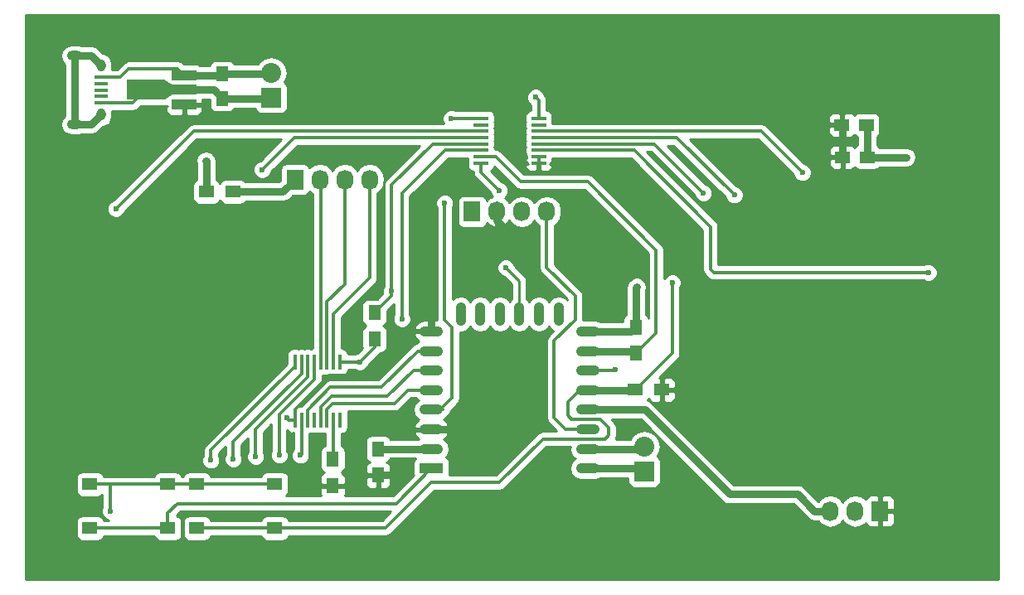
<source format=gbr>
G04 #@! TF.FileFunction,Copper,L2,Bot,Signal*
%FSLAX46Y46*%
G04 Gerber Fmt 4.6, Leading zero omitted, Abs format (unit mm)*
G04 Created by KiCad (PCBNEW 4.0.2+e4-6225~38~ubuntu15.10.1-stable) date Sun 11 Sep 2016 22:59:17 SAST*
%MOMM*%
G01*
G04 APERTURE LIST*
%ADD10C,0.100000*%
%ADD11R,1.500000X1.250000*%
%ADD12R,1.250000X1.500000*%
%ADD13R,1.727200X2.032000*%
%ADD14O,1.727200X2.032000*%
%ADD15R,1.350000X0.400000*%
%ADD16O,0.950000X1.250000*%
%ADD17O,1.550000X1.000000*%
%ADD18R,2.032000X2.032000*%
%ADD19O,2.032000X2.032000*%
%ADD20R,1.300000X1.500000*%
%ADD21R,1.500000X1.300000*%
%ADD22O,1.100000X2.400000*%
%ADD23R,2.400000X1.100000*%
%ADD24O,2.400000X1.100000*%
%ADD25R,2.501900X1.000760*%
%ADD26R,4.000500X1.998980*%
%ADD27R,0.450000X1.500000*%
%ADD28R,1.500000X0.450000*%
%ADD29R,1.550000X1.300000*%
%ADD30C,0.600000*%
%ADD31C,0.350000*%
%ADD32C,0.750000*%
%ADD33C,0.250000*%
%ADD34C,0.254000*%
G04 APERTURE END LIST*
D10*
D11*
X131287200Y-88798400D03*
X133787200Y-88798400D03*
D12*
X67945000Y-82784000D03*
X67945000Y-80284000D03*
D11*
X131236400Y-85496400D03*
X133736400Y-85496400D03*
D13*
X75387200Y-91084400D03*
D14*
X77927200Y-91084400D03*
X80467200Y-91084400D03*
X83007200Y-91084400D03*
D15*
X55613740Y-83241300D03*
X55613740Y-82591300D03*
X55613740Y-81941300D03*
X55613740Y-81291300D03*
X55613740Y-80641300D03*
D16*
X55613740Y-84441300D03*
X55613740Y-79441300D03*
D17*
X52913740Y-85441300D03*
X52913740Y-78441300D03*
D13*
X93472000Y-94361000D03*
D14*
X96012000Y-94361000D03*
X98552000Y-94361000D03*
X101092000Y-94361000D03*
D18*
X72948800Y-82702400D03*
D19*
X72948800Y-80162400D03*
D18*
X111048800Y-120904000D03*
D19*
X111048800Y-118364000D03*
D20*
X79248000Y-119655600D03*
X79248000Y-122355600D03*
D21*
X69041000Y-92329000D03*
X66341000Y-92329000D03*
D20*
X110185200Y-108842800D03*
X110185200Y-106142800D03*
D21*
X112856000Y-112572800D03*
X110156000Y-112572800D03*
D20*
X83515200Y-107369600D03*
X83515200Y-104669600D03*
X83870800Y-121288800D03*
X83870800Y-118588800D03*
D22*
X92296400Y-104849200D03*
X94296400Y-104849200D03*
X96296400Y-104849200D03*
X98296400Y-104849200D03*
X100296400Y-104849200D03*
X102296400Y-104849200D03*
D23*
X89306400Y-120599200D03*
D24*
X89306400Y-118599200D03*
X89306400Y-116599200D03*
X89306400Y-114599200D03*
X89306400Y-112599200D03*
X89306400Y-110599200D03*
X89306400Y-108599200D03*
X89306400Y-106599200D03*
X105306400Y-106599200D03*
X105306400Y-108599200D03*
X105306400Y-110599200D03*
X105306400Y-112599200D03*
X105306400Y-114599200D03*
X105306400Y-116599200D03*
X105306400Y-118599200D03*
X105306400Y-120599200D03*
D13*
X135128000Y-124968000D03*
D14*
X132588000Y-124968000D03*
X130048000Y-124968000D03*
D25*
X64074040Y-80413860D03*
X64074040Y-81915000D03*
X64074040Y-83416140D03*
D26*
X60121800Y-81915000D03*
D10*
G36*
X62845950Y-82415380D02*
X62096650Y-82915760D01*
X62096650Y-80914240D01*
X62845950Y-81414620D01*
X62845950Y-82415380D01*
X62845950Y-82415380D01*
G37*
D27*
X75398200Y-109724400D03*
X76048200Y-109724400D03*
X76698200Y-109724400D03*
X77348200Y-109724400D03*
X77998200Y-109724400D03*
X78648200Y-109724400D03*
X79298200Y-109724400D03*
X79948200Y-109724400D03*
X79948200Y-115624400D03*
X79298200Y-115624400D03*
X78648200Y-115624400D03*
X77998200Y-115624400D03*
X77348200Y-115624400D03*
X76698200Y-115624400D03*
X76048200Y-115624400D03*
X75398200Y-115624400D03*
D28*
X94382800Y-89397000D03*
X94382800Y-88747000D03*
X94382800Y-88097000D03*
X94382800Y-87447000D03*
X94382800Y-86797000D03*
X94382800Y-86147000D03*
X94382800Y-85497000D03*
X94382800Y-84847000D03*
X100282800Y-84847000D03*
X100282800Y-85497000D03*
X100282800Y-86147000D03*
X100282800Y-86797000D03*
X100282800Y-87447000D03*
X100282800Y-88097000D03*
X100282800Y-88747000D03*
X100282800Y-89397000D03*
D29*
X65367000Y-126710000D03*
X73317000Y-126710000D03*
X65367000Y-122210000D03*
X73317000Y-122210000D03*
X62395000Y-122210000D03*
X54445000Y-122210000D03*
X62395000Y-126710000D03*
X54445000Y-126710000D03*
D30*
X74549000Y-115443000D03*
X61214000Y-96520000D03*
X96393000Y-119126000D03*
X86741000Y-127635000D03*
X86360000Y-121285000D03*
X89281000Y-96901000D03*
X104775000Y-97409000D03*
X98171000Y-97409000D03*
X67868800Y-106578400D03*
X142392400Y-84683600D03*
X131165600Y-106934000D03*
X66802000Y-119761000D03*
X75946000Y-119253000D03*
X69088000Y-119634000D03*
X71374000Y-119380000D03*
X73787000Y-119253000D03*
X99949000Y-82677000D03*
X90678000Y-93472000D03*
X56515000Y-124968000D03*
X66294000Y-89154000D03*
X81991200Y-109728000D03*
X91338400Y-84836000D03*
X110286800Y-102057200D03*
X137820400Y-88798400D03*
X96901000Y-100076000D03*
X127203200Y-90373200D03*
X120243600Y-92659200D03*
X117094000Y-92456000D03*
X140055600Y-100584000D03*
X86309200Y-105308400D03*
X85242400Y-102463600D03*
X72034400Y-90068400D03*
X57099200Y-94081600D03*
X96266000Y-92202000D03*
X113919000Y-101600000D03*
X108077000Y-110490000D03*
D31*
X75398200Y-115624400D02*
X74730400Y-115624400D01*
X74730400Y-115624400D02*
X74549000Y-115443000D01*
X75398200Y-115624400D02*
X75398200Y-114593800D01*
X87837800Y-106599200D02*
X89306400Y-106599200D01*
X83312000Y-111125000D02*
X87837800Y-106599200D01*
X78867000Y-111125000D02*
X83312000Y-111125000D01*
X75398200Y-114593800D02*
X78867000Y-111125000D01*
D32*
X89306400Y-116599200D02*
X93866200Y-116599200D01*
X93866200Y-116599200D02*
X96393000Y-119126000D01*
X83870800Y-121288800D02*
X86356200Y-121288800D01*
X86356200Y-121288800D02*
X86360000Y-121285000D01*
X89306400Y-106599200D02*
X89306400Y-96926400D01*
X89306400Y-96926400D02*
X89281000Y-96901000D01*
X96012000Y-93624400D02*
X96012000Y-95250000D01*
X96012000Y-95250000D02*
X98171000Y-97409000D01*
D31*
X66813000Y-104092800D02*
X66813000Y-105522600D01*
X66813000Y-105522600D02*
X67868800Y-106578400D01*
X100282800Y-88747000D02*
X100282800Y-89397000D01*
D32*
X142392400Y-84683600D02*
X142392400Y-84734400D01*
X131287200Y-88798400D02*
X131287200Y-85547200D01*
X131287200Y-85547200D02*
X131236400Y-85496400D01*
D31*
X75398200Y-109724400D02*
X75398200Y-110148800D01*
X75398200Y-110148800D02*
X66802000Y-118745000D01*
X66802000Y-118745000D02*
X66802000Y-119761000D01*
X76048200Y-115624400D02*
X76048200Y-119150800D01*
X76048200Y-119150800D02*
X75946000Y-119253000D01*
X76048200Y-109724400D02*
X76048200Y-110895800D01*
X69088000Y-117856000D02*
X69088000Y-119634000D01*
X76048200Y-110895800D02*
X69088000Y-117856000D01*
X77998200Y-115624400D02*
X77998200Y-114330600D01*
X87470000Y-110599200D02*
X89306400Y-110599200D01*
X84836000Y-113233200D02*
X87470000Y-110599200D01*
X79095600Y-113233200D02*
X84836000Y-113233200D01*
X77998200Y-114330600D02*
X79095600Y-113233200D01*
X76698200Y-109724400D02*
X76698200Y-111261800D01*
X71374000Y-116586000D02*
X71374000Y-119380000D01*
X76698200Y-111261800D02*
X71374000Y-116586000D01*
X77348200Y-109724400D02*
X77348200Y-111500800D01*
X73787000Y-115062000D02*
X73787000Y-119253000D01*
X77348200Y-111500800D02*
X73787000Y-115062000D01*
X78648200Y-115624400D02*
X78648200Y-114544200D01*
X86943200Y-112599200D02*
X89306400Y-112599200D01*
X85598000Y-113944400D02*
X86943200Y-112599200D01*
X79248000Y-113944400D02*
X85598000Y-113944400D01*
X78648200Y-114544200D02*
X79248000Y-113944400D01*
X77998200Y-109724400D02*
X77998200Y-91155400D01*
X77998200Y-91155400D02*
X77927200Y-91084400D01*
X89306400Y-114599200D02*
X90251800Y-114599200D01*
X90251800Y-114599200D02*
X91440000Y-113411000D01*
X100282800Y-83010800D02*
X100282800Y-84847000D01*
X99949000Y-82677000D02*
X100282800Y-83010800D01*
X90678000Y-105410000D02*
X90678000Y-93472000D01*
X91440000Y-106172000D02*
X90678000Y-105410000D01*
X91440000Y-113411000D02*
X91440000Y-106172000D01*
X89306400Y-114599200D02*
X90505800Y-114599200D01*
X78648200Y-109724400D02*
X78648200Y-103571400D01*
X80467200Y-101752400D02*
X80467200Y-91084400D01*
X78648200Y-103571400D02*
X80467200Y-101752400D01*
X79298200Y-109724400D02*
X79298200Y-104801000D01*
X83007200Y-101092000D02*
X83007200Y-91084400D01*
X79298200Y-104801000D02*
X83007200Y-101092000D01*
D32*
X67945000Y-80284000D02*
X72827200Y-80284000D01*
X72827200Y-80284000D02*
X72948800Y-80162400D01*
X64074040Y-80413860D02*
X67815140Y-80413860D01*
X67815140Y-80413860D02*
X67945000Y-80284000D01*
D31*
X55613740Y-80641300D02*
X57534700Y-80641300D01*
X63416180Y-79756000D02*
X64074040Y-80413860D01*
X58420000Y-79756000D02*
X63416180Y-79756000D01*
X57534700Y-80641300D02*
X58420000Y-79756000D01*
X56515000Y-122210000D02*
X56515000Y-124968000D01*
X62395000Y-122210000D02*
X65367000Y-122210000D01*
X65367000Y-122210000D02*
X73317000Y-122210000D01*
X54445000Y-122210000D02*
X56515000Y-122210000D01*
X56515000Y-122210000D02*
X62395000Y-122210000D01*
D32*
X66341000Y-92329000D02*
X66341000Y-89201000D01*
X66341000Y-89201000D02*
X66294000Y-89154000D01*
D31*
X83515200Y-107369600D02*
X83515200Y-108204000D01*
X81987600Y-109724400D02*
X81991200Y-109728000D01*
X81987600Y-109724400D02*
X79948200Y-109724400D01*
X83515200Y-108204000D02*
X81991200Y-109728000D01*
X94382800Y-84847000D02*
X91349400Y-84847000D01*
X91349400Y-84847000D02*
X91338400Y-84836000D01*
D32*
X110185200Y-106142800D02*
X110185200Y-102158800D01*
X110185200Y-102158800D02*
X110286800Y-102057200D01*
X105306400Y-106599200D02*
X109728800Y-106599200D01*
X109728800Y-106599200D02*
X110185200Y-106142800D01*
X133787200Y-88798400D02*
X137820400Y-88798400D01*
X133787200Y-88798400D02*
X133787200Y-85547200D01*
X133787200Y-85547200D02*
X133736400Y-85496400D01*
D33*
X98296400Y-104849200D02*
X98296400Y-101471400D01*
X98296400Y-101471400D02*
X96901000Y-100076000D01*
D32*
X98247200Y-104800000D02*
X98296400Y-104849200D01*
D31*
X62395000Y-126710000D02*
X62395000Y-125184000D01*
X85699600Y-124206000D02*
X89306400Y-120599200D01*
X63373000Y-124206000D02*
X85699600Y-124206000D01*
X62395000Y-125184000D02*
X63373000Y-124206000D01*
X54445000Y-126710000D02*
X62395000Y-126710000D01*
X76698200Y-115624400D02*
X76698200Y-114614600D01*
X87946000Y-108599200D02*
X89306400Y-108599200D01*
X84226400Y-112318800D02*
X87946000Y-108599200D01*
X78994000Y-112318800D02*
X84226400Y-112318800D01*
X76698200Y-114614600D02*
X78994000Y-112318800D01*
D32*
X69041000Y-92329000D02*
X74142600Y-92329000D01*
X74142600Y-92329000D02*
X75387200Y-91084400D01*
D31*
X79298200Y-115624400D02*
X79298200Y-119605400D01*
X79298200Y-119605400D02*
X79248000Y-119655600D01*
D32*
X67945000Y-82784000D02*
X72867200Y-82784000D01*
X72867200Y-82784000D02*
X72948800Y-82702400D01*
X64074040Y-81915000D02*
X67076000Y-81915000D01*
X67076000Y-81915000D02*
X67945000Y-82784000D01*
X62471300Y-81915000D02*
X64074040Y-81915000D01*
X60121800Y-81915000D02*
X62471300Y-81915000D01*
D31*
X55613740Y-83241300D02*
X58795500Y-83241300D01*
X58795500Y-83241300D02*
X60121800Y-81915000D01*
D32*
X52913740Y-78441300D02*
X54613740Y-78441300D01*
X54613740Y-78441300D02*
X55613740Y-79441300D01*
X52913740Y-85441300D02*
X52913740Y-78441300D01*
X52913740Y-85441300D02*
X54613740Y-85441300D01*
X54613740Y-85441300D02*
X55613740Y-84441300D01*
D31*
X100282800Y-86147000D02*
X122977000Y-86147000D01*
X122977000Y-86147000D02*
X127203200Y-90373200D01*
X100282800Y-86797000D02*
X114381400Y-86797000D01*
X114381400Y-86797000D02*
X120243600Y-92659200D01*
X100282800Y-87447000D02*
X112085000Y-87447000D01*
X112085000Y-87447000D02*
X117094000Y-92456000D01*
X100282800Y-88097000D02*
X109991800Y-88097000D01*
X118160800Y-100584000D02*
X140055600Y-100584000D01*
X117805200Y-100228400D02*
X118160800Y-100584000D01*
X117805200Y-95910400D02*
X117805200Y-100228400D01*
X109991800Y-88097000D02*
X117805200Y-95910400D01*
X90719000Y-88097000D02*
X94382800Y-88097000D01*
X86309200Y-92506800D02*
X90719000Y-88097000D01*
X86309200Y-105308400D02*
X86309200Y-92506800D01*
X85242400Y-102463600D02*
X85242400Y-102942400D01*
X85242400Y-102942400D02*
X83515200Y-104669600D01*
X94382800Y-87447000D02*
X89438600Y-87447000D01*
X85242400Y-91643200D02*
X85242400Y-102463600D01*
X89438600Y-87447000D02*
X85242400Y-91643200D01*
X94382800Y-86797000D02*
X75305800Y-86797000D01*
X75305800Y-86797000D02*
X72034400Y-90068400D01*
X94382800Y-86147000D02*
X65033800Y-86147000D01*
X65033800Y-86147000D02*
X57099200Y-94081600D01*
X101092000Y-94361000D02*
X101092000Y-100076000D01*
X103010200Y-116599200D02*
X105306400Y-116599200D01*
X101854000Y-115443000D02*
X103010200Y-116599200D01*
X101854000Y-107569000D02*
X101854000Y-115443000D01*
X104013000Y-105410000D02*
X101854000Y-107569000D01*
X104013000Y-102997000D02*
X104013000Y-105410000D01*
X101092000Y-100076000D02*
X104013000Y-102997000D01*
D33*
X101219000Y-93751400D02*
X101092000Y-93624400D01*
D31*
X110156000Y-112572800D02*
X110185200Y-112572800D01*
X110185200Y-112572800D02*
X113919000Y-108839000D01*
X94382800Y-90318800D02*
X94382800Y-89397000D01*
X96266000Y-92202000D02*
X94382800Y-90318800D01*
X113919000Y-108839000D02*
X113919000Y-101600000D01*
X73317000Y-126710000D02*
X84618000Y-126710000D01*
X103251000Y-113792000D02*
X104443800Y-112599200D01*
X103251000Y-115189000D02*
X103251000Y-113792000D01*
X103632000Y-115570000D02*
X103251000Y-115189000D01*
X106553000Y-115570000D02*
X103632000Y-115570000D01*
X107442000Y-116459000D02*
X106553000Y-115570000D01*
X107442000Y-117221000D02*
X107442000Y-116459000D01*
X107061000Y-117602000D02*
X107442000Y-117221000D01*
X100711000Y-117602000D02*
X107061000Y-117602000D01*
X96266000Y-122047000D02*
X100711000Y-117602000D01*
X89281000Y-122047000D02*
X96266000Y-122047000D01*
X84618000Y-126710000D02*
X89281000Y-122047000D01*
X104443800Y-112599200D02*
X105306400Y-112599200D01*
X65367000Y-126710000D02*
X73317000Y-126710000D01*
D32*
X105306400Y-112599200D02*
X110129600Y-112599200D01*
X110129600Y-112599200D02*
X110156000Y-112572800D01*
X105306400Y-120599200D02*
X110744000Y-120599200D01*
X110744000Y-120599200D02*
X111048800Y-120904000D01*
X105306400Y-118599200D02*
X110813600Y-118599200D01*
X110813600Y-118599200D02*
X111048800Y-118364000D01*
D31*
X94382800Y-88747000D02*
X95859000Y-88747000D01*
X112268000Y-106760000D02*
X110185200Y-108842800D01*
X112268000Y-98298000D02*
X112268000Y-106760000D01*
X105283000Y-91313000D02*
X112268000Y-98298000D01*
X98425000Y-91313000D02*
X105283000Y-91313000D01*
X95859000Y-88747000D02*
X98425000Y-91313000D01*
D32*
X105306400Y-108599200D02*
X109941600Y-108599200D01*
X109941600Y-108599200D02*
X110185200Y-108842800D01*
X83870800Y-118588800D02*
X89296000Y-118588800D01*
X89296000Y-118588800D02*
X89306400Y-118599200D01*
X105306400Y-114599200D02*
X111094000Y-114599200D01*
X128422400Y-124968000D02*
X130048000Y-124968000D01*
X126695200Y-123240800D02*
X128422400Y-124968000D01*
X119735600Y-123240800D02*
X126695200Y-123240800D01*
X111094000Y-114599200D02*
X119735600Y-123240800D01*
D31*
X105306400Y-110599200D02*
X107967800Y-110599200D01*
X107967800Y-110599200D02*
X108077000Y-110490000D01*
D34*
G36*
X147193000Y-131953000D02*
X47879000Y-131953000D01*
X47879000Y-121560000D01*
X53022560Y-121560000D01*
X53022560Y-122860000D01*
X53066838Y-123095317D01*
X53205910Y-123311441D01*
X53418110Y-123456431D01*
X53670000Y-123507440D01*
X55220000Y-123507440D01*
X55455317Y-123463162D01*
X55671441Y-123324090D01*
X55705000Y-123274975D01*
X55705000Y-124480559D01*
X55580162Y-124781201D01*
X55579838Y-125153167D01*
X55721883Y-125496943D01*
X55984673Y-125760192D01*
X56321366Y-125900000D01*
X55837334Y-125900000D01*
X55823162Y-125824683D01*
X55684090Y-125608559D01*
X55471890Y-125463569D01*
X55220000Y-125412560D01*
X53670000Y-125412560D01*
X53434683Y-125456838D01*
X53218559Y-125595910D01*
X53073569Y-125808110D01*
X53022560Y-126060000D01*
X53022560Y-127360000D01*
X53066838Y-127595317D01*
X53205910Y-127811441D01*
X53418110Y-127956431D01*
X53670000Y-128007440D01*
X55220000Y-128007440D01*
X55455317Y-127963162D01*
X55671441Y-127824090D01*
X55816431Y-127611890D01*
X55835039Y-127520000D01*
X61002666Y-127520000D01*
X61016838Y-127595317D01*
X61155910Y-127811441D01*
X61368110Y-127956431D01*
X61620000Y-128007440D01*
X63170000Y-128007440D01*
X63405317Y-127963162D01*
X63621441Y-127824090D01*
X63766431Y-127611890D01*
X63817440Y-127360000D01*
X63817440Y-126060000D01*
X63773162Y-125824683D01*
X63634090Y-125608559D01*
X63421890Y-125463569D01*
X63288047Y-125436465D01*
X63708513Y-125016000D01*
X85166488Y-125016000D01*
X84282488Y-125900000D01*
X74709334Y-125900000D01*
X74695162Y-125824683D01*
X74556090Y-125608559D01*
X74343890Y-125463569D01*
X74092000Y-125412560D01*
X72542000Y-125412560D01*
X72306683Y-125456838D01*
X72090559Y-125595910D01*
X71945569Y-125808110D01*
X71926961Y-125900000D01*
X66759334Y-125900000D01*
X66745162Y-125824683D01*
X66606090Y-125608559D01*
X66393890Y-125463569D01*
X66142000Y-125412560D01*
X64592000Y-125412560D01*
X64356683Y-125456838D01*
X64140559Y-125595910D01*
X63995569Y-125808110D01*
X63944560Y-126060000D01*
X63944560Y-127360000D01*
X63988838Y-127595317D01*
X64127910Y-127811441D01*
X64340110Y-127956431D01*
X64592000Y-128007440D01*
X66142000Y-128007440D01*
X66377317Y-127963162D01*
X66593441Y-127824090D01*
X66738431Y-127611890D01*
X66757039Y-127520000D01*
X71924666Y-127520000D01*
X71938838Y-127595317D01*
X72077910Y-127811441D01*
X72290110Y-127956431D01*
X72542000Y-128007440D01*
X74092000Y-128007440D01*
X74327317Y-127963162D01*
X74543441Y-127824090D01*
X74688431Y-127611890D01*
X74707039Y-127520000D01*
X84618000Y-127520000D01*
X84927974Y-127458342D01*
X85190756Y-127282756D01*
X89616513Y-122857000D01*
X96266000Y-122857000D01*
X96575974Y-122795342D01*
X96838756Y-122619756D01*
X101046513Y-118412000D01*
X103472686Y-118412000D01*
X103435450Y-118599200D01*
X103525653Y-119052680D01*
X103782528Y-119437122D01*
X104025096Y-119599200D01*
X103782528Y-119761278D01*
X103525653Y-120145720D01*
X103435450Y-120599200D01*
X103525653Y-121052680D01*
X103782528Y-121437122D01*
X104166970Y-121693997D01*
X104620450Y-121784200D01*
X105992350Y-121784200D01*
X106445830Y-121693997D01*
X106572738Y-121609200D01*
X109385360Y-121609200D01*
X109385360Y-121920000D01*
X109429638Y-122155317D01*
X109568710Y-122371441D01*
X109780910Y-122516431D01*
X110032800Y-122567440D01*
X112064800Y-122567440D01*
X112300117Y-122523162D01*
X112516241Y-122384090D01*
X112661231Y-122171890D01*
X112712240Y-121920000D01*
X112712240Y-119888000D01*
X112667962Y-119652683D01*
X112528890Y-119436559D01*
X112379963Y-119334802D01*
X112606470Y-118995810D01*
X112732145Y-118364000D01*
X112606470Y-117732190D01*
X112248578Y-117196567D01*
X111712955Y-116838675D01*
X111081145Y-116713000D01*
X111016455Y-116713000D01*
X110384645Y-116838675D01*
X109849022Y-117196567D01*
X109586673Y-117589200D01*
X108151436Y-117589200D01*
X108190342Y-117530974D01*
X108252000Y-117221000D01*
X108252000Y-116459000D01*
X108199916Y-116197156D01*
X108190343Y-116149027D01*
X108014757Y-115886244D01*
X107737713Y-115609200D01*
X110675644Y-115609200D01*
X119021422Y-123954978D01*
X119349090Y-124173918D01*
X119735600Y-124250800D01*
X126276844Y-124250800D01*
X127708222Y-125682178D01*
X128035890Y-125901118D01*
X128422400Y-125978000D01*
X128831699Y-125978000D01*
X128988330Y-126212415D01*
X129474511Y-126537271D01*
X130048000Y-126651345D01*
X130621489Y-126537271D01*
X131107670Y-126212415D01*
X131318000Y-125897634D01*
X131528330Y-126212415D01*
X132014511Y-126537271D01*
X132588000Y-126651345D01*
X133161489Y-126537271D01*
X133647670Y-126212415D01*
X133662500Y-126190220D01*
X133726073Y-126343698D01*
X133904701Y-126522327D01*
X134138090Y-126619000D01*
X134842250Y-126619000D01*
X135001000Y-126460250D01*
X135001000Y-125095000D01*
X135255000Y-125095000D01*
X135255000Y-126460250D01*
X135413750Y-126619000D01*
X136117910Y-126619000D01*
X136351299Y-126522327D01*
X136529927Y-126343698D01*
X136626600Y-126110309D01*
X136626600Y-125253750D01*
X136467850Y-125095000D01*
X135255000Y-125095000D01*
X135001000Y-125095000D01*
X134981000Y-125095000D01*
X134981000Y-124841000D01*
X135001000Y-124841000D01*
X135001000Y-123475750D01*
X135255000Y-123475750D01*
X135255000Y-124841000D01*
X136467850Y-124841000D01*
X136626600Y-124682250D01*
X136626600Y-123825691D01*
X136529927Y-123592302D01*
X136351299Y-123413673D01*
X136117910Y-123317000D01*
X135413750Y-123317000D01*
X135255000Y-123475750D01*
X135001000Y-123475750D01*
X134842250Y-123317000D01*
X134138090Y-123317000D01*
X133904701Y-123413673D01*
X133726073Y-123592302D01*
X133662500Y-123745780D01*
X133647670Y-123723585D01*
X133161489Y-123398729D01*
X132588000Y-123284655D01*
X132014511Y-123398729D01*
X131528330Y-123723585D01*
X131318000Y-124038366D01*
X131107670Y-123723585D01*
X130621489Y-123398729D01*
X130048000Y-123284655D01*
X129474511Y-123398729D01*
X128988330Y-123723585D01*
X128835327Y-123952571D01*
X127409378Y-122526622D01*
X127081710Y-122307682D01*
X126695200Y-122230800D01*
X120153956Y-122230800D01*
X111808178Y-113885022D01*
X111480510Y-113666082D01*
X111384683Y-113647021D01*
X111502431Y-113474690D01*
X111509191Y-113441310D01*
X111567673Y-113582499D01*
X111746302Y-113761127D01*
X111979691Y-113857800D01*
X112570250Y-113857800D01*
X112729000Y-113699050D01*
X112729000Y-112699800D01*
X112983000Y-112699800D01*
X112983000Y-113699050D01*
X113141750Y-113857800D01*
X113732309Y-113857800D01*
X113965698Y-113761127D01*
X114144327Y-113582499D01*
X114241000Y-113349110D01*
X114241000Y-112858550D01*
X114082250Y-112699800D01*
X112983000Y-112699800D01*
X112729000Y-112699800D01*
X112709000Y-112699800D01*
X112709000Y-112445800D01*
X112729000Y-112445800D01*
X112729000Y-111446550D01*
X112983000Y-111446550D01*
X112983000Y-112445800D01*
X114082250Y-112445800D01*
X114241000Y-112287050D01*
X114241000Y-111796490D01*
X114144327Y-111563101D01*
X113965698Y-111384473D01*
X113732309Y-111287800D01*
X113141750Y-111287800D01*
X112983000Y-111446550D01*
X112729000Y-111446550D01*
X112592981Y-111310531D01*
X114491757Y-109411756D01*
X114667343Y-109148973D01*
X114729000Y-108839000D01*
X114729000Y-102087441D01*
X114853838Y-101786799D01*
X114854162Y-101414833D01*
X114712117Y-101071057D01*
X114449327Y-100807808D01*
X114105799Y-100665162D01*
X113733833Y-100664838D01*
X113390057Y-100806883D01*
X113126808Y-101069673D01*
X113078000Y-101187215D01*
X113078000Y-98298000D01*
X113043766Y-98125897D01*
X113016343Y-97988027D01*
X112840757Y-97725244D01*
X105855756Y-90740244D01*
X105792369Y-90697890D01*
X105592974Y-90564658D01*
X105283000Y-90503000D01*
X98760512Y-90503000D01*
X96431756Y-88174244D01*
X96355724Y-88123441D01*
X96168974Y-87998658D01*
X95859000Y-87937000D01*
X95780240Y-87937000D01*
X95780240Y-87872000D01*
X95760733Y-87768329D01*
X95780240Y-87672000D01*
X95780240Y-87222000D01*
X95760733Y-87118329D01*
X95780240Y-87022000D01*
X95780240Y-86572000D01*
X95760733Y-86468329D01*
X95780240Y-86372000D01*
X95780240Y-85922000D01*
X95760733Y-85818329D01*
X95780240Y-85722000D01*
X95780240Y-85272000D01*
X95760733Y-85168329D01*
X95780240Y-85072000D01*
X95780240Y-84622000D01*
X98885360Y-84622000D01*
X98885360Y-85072000D01*
X98904867Y-85175671D01*
X98885360Y-85272000D01*
X98885360Y-85722000D01*
X98904867Y-85825671D01*
X98885360Y-85922000D01*
X98885360Y-86372000D01*
X98904867Y-86475671D01*
X98885360Y-86572000D01*
X98885360Y-87022000D01*
X98904867Y-87125671D01*
X98885360Y-87222000D01*
X98885360Y-87672000D01*
X98904867Y-87775671D01*
X98885360Y-87872000D01*
X98885360Y-88322000D01*
X98898780Y-88393323D01*
X98897800Y-88395690D01*
X98897800Y-88475750D01*
X98918112Y-88496062D01*
X98929638Y-88557317D01*
X99054859Y-88751916D01*
X98994473Y-88812301D01*
X98917203Y-88998847D01*
X98897800Y-89018250D01*
X98897800Y-89125750D01*
X98917203Y-89145153D01*
X98994473Y-89331699D01*
X99172275Y-89509500D01*
X99056550Y-89509500D01*
X98897800Y-89668250D01*
X98897800Y-89748310D01*
X98994473Y-89981699D01*
X99173102Y-90160327D01*
X99406491Y-90257000D01*
X99997050Y-90257000D01*
X100155800Y-90098250D01*
X100155800Y-89509500D01*
X100094550Y-89509500D01*
X100155800Y-89448250D01*
X100155800Y-89250000D01*
X100409800Y-89250000D01*
X100409800Y-89448250D01*
X100471050Y-89509500D01*
X100409800Y-89509500D01*
X100409800Y-90098250D01*
X100568550Y-90257000D01*
X101159109Y-90257000D01*
X101392498Y-90160327D01*
X101571127Y-89981699D01*
X101667800Y-89748310D01*
X101667800Y-89668250D01*
X101509050Y-89509500D01*
X101393325Y-89509500D01*
X101571127Y-89331699D01*
X101648397Y-89145153D01*
X101667800Y-89125750D01*
X101667800Y-89018250D01*
X101648397Y-88998847D01*
X101610353Y-88907000D01*
X109656288Y-88907000D01*
X116995200Y-96245913D01*
X116995200Y-100228400D01*
X117056858Y-100538374D01*
X117172471Y-100711400D01*
X117232444Y-100801156D01*
X117588043Y-101156756D01*
X117719435Y-101244549D01*
X117850826Y-101332342D01*
X118160800Y-101394000D01*
X139568159Y-101394000D01*
X139868801Y-101518838D01*
X140240767Y-101519162D01*
X140584543Y-101377117D01*
X140847792Y-101114327D01*
X140990438Y-100770799D01*
X140990762Y-100398833D01*
X140848717Y-100055057D01*
X140585927Y-99791808D01*
X140242399Y-99649162D01*
X139870433Y-99648838D01*
X139567517Y-99774000D01*
X118615200Y-99774000D01*
X118615200Y-95910400D01*
X118553542Y-95600426D01*
X118404253Y-95377000D01*
X118377956Y-95337643D01*
X111297312Y-88257000D01*
X111749488Y-88257000D01*
X116176571Y-92684084D01*
X116300883Y-92984943D01*
X116563673Y-93248192D01*
X116907201Y-93390838D01*
X117279167Y-93391162D01*
X117622943Y-93249117D01*
X117886192Y-92986327D01*
X118028838Y-92642799D01*
X118029162Y-92270833D01*
X117887117Y-91927057D01*
X117624327Y-91663808D01*
X117321629Y-91538116D01*
X113390512Y-87607000D01*
X114045888Y-87607000D01*
X119326171Y-92887284D01*
X119450483Y-93188143D01*
X119713273Y-93451392D01*
X120056801Y-93594038D01*
X120428767Y-93594362D01*
X120772543Y-93452317D01*
X121035792Y-93189527D01*
X121178438Y-92845999D01*
X121178762Y-92474033D01*
X121036717Y-92130257D01*
X120773927Y-91867008D01*
X120471229Y-91741316D01*
X115686912Y-86957000D01*
X122641488Y-86957000D01*
X126285771Y-90601284D01*
X126410083Y-90902143D01*
X126672873Y-91165392D01*
X127016401Y-91308038D01*
X127388367Y-91308362D01*
X127732143Y-91166317D01*
X127995392Y-90903527D01*
X128138038Y-90559999D01*
X128138362Y-90188033D01*
X127996317Y-89844257D01*
X127733527Y-89581008D01*
X127430829Y-89455316D01*
X127059663Y-89084150D01*
X129902200Y-89084150D01*
X129902200Y-89549710D01*
X129998873Y-89783099D01*
X130177502Y-89961727D01*
X130410891Y-90058400D01*
X131001450Y-90058400D01*
X131160200Y-89899650D01*
X131160200Y-88925400D01*
X130060950Y-88925400D01*
X129902200Y-89084150D01*
X127059663Y-89084150D01*
X126022603Y-88047090D01*
X129902200Y-88047090D01*
X129902200Y-88512650D01*
X130060950Y-88671400D01*
X131160200Y-88671400D01*
X131160200Y-87697150D01*
X131001450Y-87538400D01*
X130410891Y-87538400D01*
X130177502Y-87635073D01*
X129998873Y-87813701D01*
X129902200Y-88047090D01*
X126022603Y-88047090D01*
X123757663Y-85782150D01*
X129851400Y-85782150D01*
X129851400Y-86247710D01*
X129948073Y-86481099D01*
X130126702Y-86659727D01*
X130360091Y-86756400D01*
X130950650Y-86756400D01*
X131109400Y-86597650D01*
X131109400Y-85623400D01*
X130010150Y-85623400D01*
X129851400Y-85782150D01*
X123757663Y-85782150D01*
X123549756Y-85574244D01*
X123473724Y-85523441D01*
X123286974Y-85398658D01*
X122977000Y-85337000D01*
X101680240Y-85337000D01*
X101680240Y-85272000D01*
X101660733Y-85168329D01*
X101680240Y-85072000D01*
X101680240Y-84745090D01*
X129851400Y-84745090D01*
X129851400Y-85210650D01*
X130010150Y-85369400D01*
X131109400Y-85369400D01*
X131109400Y-84395150D01*
X131363400Y-84395150D01*
X131363400Y-85369400D01*
X131383400Y-85369400D01*
X131383400Y-85623400D01*
X131363400Y-85623400D01*
X131363400Y-86597650D01*
X131522150Y-86756400D01*
X132112709Y-86756400D01*
X132346098Y-86659727D01*
X132487336Y-86518490D01*
X132522310Y-86572841D01*
X132734510Y-86717831D01*
X132777200Y-86726476D01*
X132777200Y-87586121D01*
X132585759Y-87709310D01*
X132539231Y-87777406D01*
X132396898Y-87635073D01*
X132163509Y-87538400D01*
X131572950Y-87538400D01*
X131414200Y-87697150D01*
X131414200Y-88671400D01*
X131434200Y-88671400D01*
X131434200Y-88925400D01*
X131414200Y-88925400D01*
X131414200Y-89899650D01*
X131572950Y-90058400D01*
X132163509Y-90058400D01*
X132396898Y-89961727D01*
X132538136Y-89820490D01*
X132573110Y-89874841D01*
X132785310Y-90019831D01*
X133037200Y-90070840D01*
X134537200Y-90070840D01*
X134772517Y-90026562D01*
X134988641Y-89887490D01*
X135042681Y-89808400D01*
X137820400Y-89808400D01*
X138206910Y-89731518D01*
X138534578Y-89512578D01*
X138753518Y-89184910D01*
X138830400Y-88798400D01*
X138753518Y-88411890D01*
X138534578Y-88084222D01*
X138206910Y-87865282D01*
X137820400Y-87788400D01*
X135044044Y-87788400D01*
X135001290Y-87721959D01*
X134797200Y-87582510D01*
X134797200Y-86675990D01*
X134937841Y-86585490D01*
X135082831Y-86373290D01*
X135133840Y-86121400D01*
X135133840Y-84871400D01*
X135089562Y-84636083D01*
X134950490Y-84419959D01*
X134738290Y-84274969D01*
X134486400Y-84223960D01*
X132986400Y-84223960D01*
X132751083Y-84268238D01*
X132534959Y-84407310D01*
X132488431Y-84475406D01*
X132346098Y-84333073D01*
X132112709Y-84236400D01*
X131522150Y-84236400D01*
X131363400Y-84395150D01*
X131109400Y-84395150D01*
X130950650Y-84236400D01*
X130360091Y-84236400D01*
X130126702Y-84333073D01*
X129948073Y-84511701D01*
X129851400Y-84745090D01*
X101680240Y-84745090D01*
X101680240Y-84622000D01*
X101635962Y-84386683D01*
X101496890Y-84170559D01*
X101284690Y-84025569D01*
X101092800Y-83986710D01*
X101092800Y-83010800D01*
X101031142Y-82700826D01*
X100891497Y-82491833D01*
X100872276Y-82463066D01*
X100742117Y-82148057D01*
X100479327Y-81884808D01*
X100135799Y-81742162D01*
X99763833Y-81741838D01*
X99420057Y-81883883D01*
X99156808Y-82146673D01*
X99014162Y-82490201D01*
X99013838Y-82862167D01*
X99155883Y-83205943D01*
X99418673Y-83469192D01*
X99472800Y-83491668D01*
X99472800Y-83985850D01*
X99297483Y-84018838D01*
X99081359Y-84157910D01*
X98936369Y-84370110D01*
X98885360Y-84622000D01*
X95780240Y-84622000D01*
X95735962Y-84386683D01*
X95596890Y-84170559D01*
X95384690Y-84025569D01*
X95132800Y-83974560D01*
X93632800Y-83974560D01*
X93397483Y-84018838D01*
X93369258Y-84037000D01*
X91852332Y-84037000D01*
X91525199Y-83901162D01*
X91153233Y-83900838D01*
X90809457Y-84042883D01*
X90546208Y-84305673D01*
X90403562Y-84649201D01*
X90403238Y-85021167D01*
X90533737Y-85337000D01*
X65033800Y-85337000D01*
X64723826Y-85398658D01*
X64618571Y-85468988D01*
X64461044Y-85574243D01*
X56871118Y-93164170D01*
X56570257Y-93288483D01*
X56307008Y-93551273D01*
X56164362Y-93894801D01*
X56164038Y-94266767D01*
X56306083Y-94610543D01*
X56568873Y-94873792D01*
X56912401Y-95016438D01*
X57284367Y-95016762D01*
X57628143Y-94874717D01*
X57891392Y-94611927D01*
X58017084Y-94309228D01*
X65369313Y-86957000D01*
X74000287Y-86957000D01*
X71806318Y-89150970D01*
X71505457Y-89275283D01*
X71242208Y-89538073D01*
X71099562Y-89881601D01*
X71099238Y-90253567D01*
X71241283Y-90597343D01*
X71504073Y-90860592D01*
X71847601Y-91003238D01*
X72219567Y-91003562D01*
X72563343Y-90861517D01*
X72826592Y-90598727D01*
X72952284Y-90296028D01*
X75641313Y-87607000D01*
X88133087Y-87607000D01*
X84669644Y-91070444D01*
X84494058Y-91333226D01*
X84432400Y-91643200D01*
X84432400Y-101976159D01*
X84307562Y-102276801D01*
X84307238Y-102648767D01*
X84331588Y-102707699D01*
X83767128Y-103272160D01*
X82865200Y-103272160D01*
X82629883Y-103316438D01*
X82413759Y-103455510D01*
X82268769Y-103667710D01*
X82217760Y-103919600D01*
X82217760Y-105419600D01*
X82262038Y-105654917D01*
X82401110Y-105871041D01*
X82613310Y-106016031D01*
X82626397Y-106018681D01*
X82413759Y-106155510D01*
X82268769Y-106367710D01*
X82217760Y-106619600D01*
X82217760Y-108119600D01*
X82255186Y-108318502D01*
X81763117Y-108810570D01*
X81511830Y-108914400D01*
X80809350Y-108914400D01*
X80776362Y-108739083D01*
X80637290Y-108522959D01*
X80425090Y-108377969D01*
X80173200Y-108326960D01*
X80108200Y-108326960D01*
X80108200Y-105136512D01*
X83579956Y-101664757D01*
X83728512Y-101442427D01*
X83755542Y-101401974D01*
X83817200Y-101092000D01*
X83817200Y-92495639D01*
X84066870Y-92328815D01*
X84391726Y-91842634D01*
X84505800Y-91269145D01*
X84505800Y-90899655D01*
X84391726Y-90326166D01*
X84066870Y-89839985D01*
X83580689Y-89515129D01*
X83007200Y-89401055D01*
X82433711Y-89515129D01*
X81947530Y-89839985D01*
X81737200Y-90154766D01*
X81526870Y-89839985D01*
X81040689Y-89515129D01*
X80467200Y-89401055D01*
X79893711Y-89515129D01*
X79407530Y-89839985D01*
X79197200Y-90154766D01*
X78986870Y-89839985D01*
X78500689Y-89515129D01*
X77927200Y-89401055D01*
X77353711Y-89515129D01*
X76867530Y-89839985D01*
X76857957Y-89854313D01*
X76853962Y-89833083D01*
X76714890Y-89616959D01*
X76502690Y-89471969D01*
X76250800Y-89420960D01*
X74523600Y-89420960D01*
X74288283Y-89465238D01*
X74072159Y-89604310D01*
X73927169Y-89816510D01*
X73876160Y-90068400D01*
X73876160Y-91167084D01*
X73724244Y-91319000D01*
X70313931Y-91319000D01*
X70255090Y-91227559D01*
X70042890Y-91082569D01*
X69791000Y-91031560D01*
X68291000Y-91031560D01*
X68055683Y-91075838D01*
X67839559Y-91214910D01*
X67694569Y-91427110D01*
X67691919Y-91440197D01*
X67555090Y-91227559D01*
X67351000Y-91088110D01*
X67351000Y-89201000D01*
X67274118Y-88814490D01*
X67055178Y-88486822D01*
X67008178Y-88439822D01*
X66680510Y-88220882D01*
X66294000Y-88144000D01*
X65907490Y-88220882D01*
X65579822Y-88439822D01*
X65360882Y-88767490D01*
X65284000Y-89154000D01*
X65331000Y-89390284D01*
X65331000Y-91091721D01*
X65139559Y-91214910D01*
X64994569Y-91427110D01*
X64943560Y-91679000D01*
X64943560Y-92979000D01*
X64987838Y-93214317D01*
X65126910Y-93430441D01*
X65339110Y-93575431D01*
X65591000Y-93626440D01*
X67091000Y-93626440D01*
X67326317Y-93582162D01*
X67542441Y-93443090D01*
X67687431Y-93230890D01*
X67690081Y-93217803D01*
X67826910Y-93430441D01*
X68039110Y-93575431D01*
X68291000Y-93626440D01*
X69791000Y-93626440D01*
X70026317Y-93582162D01*
X70242441Y-93443090D01*
X70313563Y-93339000D01*
X74142600Y-93339000D01*
X74529110Y-93262118D01*
X74856778Y-93043178D01*
X75152116Y-92747840D01*
X76250800Y-92747840D01*
X76486117Y-92703562D01*
X76702241Y-92564490D01*
X76847231Y-92352290D01*
X76855600Y-92310961D01*
X76867530Y-92328815D01*
X77188200Y-92543080D01*
X77188200Y-108326960D01*
X77123200Y-108326960D01*
X77019529Y-108346467D01*
X76923200Y-108326960D01*
X76473200Y-108326960D01*
X76369529Y-108346467D01*
X76273200Y-108326960D01*
X75823200Y-108326960D01*
X75719529Y-108346467D01*
X75623200Y-108326960D01*
X75173200Y-108326960D01*
X74937883Y-108371238D01*
X74721759Y-108510310D01*
X74576769Y-108722510D01*
X74525760Y-108974400D01*
X74525760Y-109875727D01*
X66229244Y-118172244D01*
X66053658Y-118435026D01*
X65992000Y-118745000D01*
X65992000Y-119273559D01*
X65867162Y-119574201D01*
X65866838Y-119946167D01*
X66008883Y-120289943D01*
X66271673Y-120553192D01*
X66615201Y-120695838D01*
X66987167Y-120696162D01*
X67330943Y-120554117D01*
X67594192Y-120291327D01*
X67736838Y-119947799D01*
X67737162Y-119575833D01*
X67612000Y-119272917D01*
X67612000Y-119080512D01*
X68278000Y-118414512D01*
X68278000Y-119146559D01*
X68153162Y-119447201D01*
X68152838Y-119819167D01*
X68294883Y-120162943D01*
X68557673Y-120426192D01*
X68901201Y-120568838D01*
X69273167Y-120569162D01*
X69616943Y-120427117D01*
X69880192Y-120164327D01*
X70022838Y-119820799D01*
X70023162Y-119448833D01*
X69898000Y-119145917D01*
X69898000Y-118191512D01*
X70564000Y-117525512D01*
X70564000Y-118892559D01*
X70439162Y-119193201D01*
X70438838Y-119565167D01*
X70580883Y-119908943D01*
X70843673Y-120172192D01*
X71187201Y-120314838D01*
X71559167Y-120315162D01*
X71902943Y-120173117D01*
X72166192Y-119910327D01*
X72308838Y-119566799D01*
X72309162Y-119194833D01*
X72184000Y-118891917D01*
X72184000Y-116921512D01*
X72977000Y-116128512D01*
X72977000Y-118765559D01*
X72852162Y-119066201D01*
X72851838Y-119438167D01*
X72993883Y-119781943D01*
X73256673Y-120045192D01*
X73600201Y-120187838D01*
X73972167Y-120188162D01*
X74315943Y-120046117D01*
X74579192Y-119783327D01*
X74721838Y-119439799D01*
X74722162Y-119067833D01*
X74597000Y-118764917D01*
X74597000Y-116642665D01*
X74634873Y-116734098D01*
X74813501Y-116912727D01*
X75046890Y-117009400D01*
X75126950Y-117009400D01*
X75238200Y-116898150D01*
X75238200Y-118638428D01*
X75153808Y-118722673D01*
X75011162Y-119066201D01*
X75010838Y-119438167D01*
X75152883Y-119781943D01*
X75415673Y-120045192D01*
X75759201Y-120187838D01*
X76131167Y-120188162D01*
X76474943Y-120046117D01*
X76738192Y-119783327D01*
X76880838Y-119439799D01*
X76881162Y-119067833D01*
X76858200Y-119012261D01*
X76858200Y-117021840D01*
X76923200Y-117021840D01*
X77026871Y-117002333D01*
X77123200Y-117021840D01*
X77573200Y-117021840D01*
X77676871Y-117002333D01*
X77773200Y-117021840D01*
X78223200Y-117021840D01*
X78326871Y-117002333D01*
X78423200Y-117021840D01*
X78488200Y-117021840D01*
X78488200Y-118278820D01*
X78362683Y-118302438D01*
X78146559Y-118441510D01*
X78001569Y-118653710D01*
X77950560Y-118905600D01*
X77950560Y-120405600D01*
X77994838Y-120640917D01*
X78133910Y-120857041D01*
X78346110Y-121002031D01*
X78379490Y-121008791D01*
X78238301Y-121067273D01*
X78059673Y-121245902D01*
X77963000Y-121479291D01*
X77963000Y-122069850D01*
X78121750Y-122228600D01*
X79121000Y-122228600D01*
X79121000Y-122208600D01*
X79375000Y-122208600D01*
X79375000Y-122228600D01*
X80374250Y-122228600D01*
X80533000Y-122069850D01*
X80533000Y-121574550D01*
X82585800Y-121574550D01*
X82585800Y-122165109D01*
X82682473Y-122398498D01*
X82861101Y-122577127D01*
X83094490Y-122673800D01*
X83585050Y-122673800D01*
X83743800Y-122515050D01*
X83743800Y-121415800D01*
X83997800Y-121415800D01*
X83997800Y-122515050D01*
X84156550Y-122673800D01*
X84647110Y-122673800D01*
X84880499Y-122577127D01*
X85059127Y-122398498D01*
X85155800Y-122165109D01*
X85155800Y-121574550D01*
X84997050Y-121415800D01*
X83997800Y-121415800D01*
X83743800Y-121415800D01*
X82744550Y-121415800D01*
X82585800Y-121574550D01*
X80533000Y-121574550D01*
X80533000Y-121479291D01*
X80436327Y-121245902D01*
X80257699Y-121067273D01*
X80121713Y-121010946D01*
X80133317Y-121008762D01*
X80349441Y-120869690D01*
X80494431Y-120657490D01*
X80545440Y-120405600D01*
X80545440Y-118905600D01*
X80501162Y-118670283D01*
X80362090Y-118454159D01*
X80149890Y-118309169D01*
X80108200Y-118300727D01*
X80108200Y-117021840D01*
X80173200Y-117021840D01*
X80408517Y-116977562D01*
X80624641Y-116838490D01*
X80769631Y-116626290D01*
X80820640Y-116374400D01*
X80820640Y-114874400D01*
X80798060Y-114754400D01*
X85598000Y-114754400D01*
X85907974Y-114692742D01*
X86170756Y-114517156D01*
X87278713Y-113409200D01*
X87763871Y-113409200D01*
X87782528Y-113437122D01*
X88025096Y-113599200D01*
X87782528Y-113761278D01*
X87525653Y-114145720D01*
X87435450Y-114599200D01*
X87525653Y-115052680D01*
X87782528Y-115437122D01*
X88027972Y-115601122D01*
X87728676Y-115851082D01*
X87513002Y-116263054D01*
X87512597Y-116289456D01*
X87638039Y-116472200D01*
X89179400Y-116472200D01*
X89179400Y-116452200D01*
X89433400Y-116452200D01*
X89433400Y-116472200D01*
X90974761Y-116472200D01*
X91100203Y-116289456D01*
X91099798Y-116263054D01*
X90884124Y-115851082D01*
X90584828Y-115601122D01*
X90830272Y-115437122D01*
X90950098Y-115257789D01*
X91078556Y-115171956D01*
X91254142Y-114909174D01*
X91295560Y-114700952D01*
X92012757Y-113983756D01*
X92188343Y-113720973D01*
X92250000Y-113411000D01*
X92250000Y-106710920D01*
X92296400Y-106720150D01*
X92749880Y-106629947D01*
X93134322Y-106373072D01*
X93296400Y-106130504D01*
X93458478Y-106373072D01*
X93842920Y-106629947D01*
X94296400Y-106720150D01*
X94749880Y-106629947D01*
X95134322Y-106373072D01*
X95296400Y-106130504D01*
X95458478Y-106373072D01*
X95842920Y-106629947D01*
X96296400Y-106720150D01*
X96749880Y-106629947D01*
X97134322Y-106373072D01*
X97296400Y-106130504D01*
X97458478Y-106373072D01*
X97842920Y-106629947D01*
X98296400Y-106720150D01*
X98749880Y-106629947D01*
X99134322Y-106373072D01*
X99296400Y-106130504D01*
X99458478Y-106373072D01*
X99842920Y-106629947D01*
X100296400Y-106720150D01*
X100749880Y-106629947D01*
X101134322Y-106373072D01*
X101296400Y-106130504D01*
X101458478Y-106373072D01*
X101725799Y-106551689D01*
X101281244Y-106996244D01*
X101105658Y-107259026D01*
X101044000Y-107569000D01*
X101044000Y-115443000D01*
X101105658Y-115752974D01*
X101190517Y-115879974D01*
X101281244Y-116015756D01*
X102057487Y-116792000D01*
X100711000Y-116792000D01*
X100401026Y-116853658D01*
X100278772Y-116935346D01*
X100138243Y-117029244D01*
X95930488Y-121237000D01*
X91136060Y-121237000D01*
X91153840Y-121149200D01*
X91153840Y-120049200D01*
X91109562Y-119813883D01*
X90970490Y-119597759D01*
X90782301Y-119469175D01*
X90830272Y-119437122D01*
X91087147Y-119052680D01*
X91177350Y-118599200D01*
X91087147Y-118145720D01*
X90830272Y-117761278D01*
X90584828Y-117597278D01*
X90884124Y-117347318D01*
X91099798Y-116935346D01*
X91100203Y-116908944D01*
X90974761Y-116726200D01*
X89433400Y-116726200D01*
X89433400Y-116746200D01*
X89179400Y-116746200D01*
X89179400Y-116726200D01*
X87638039Y-116726200D01*
X87512597Y-116908944D01*
X87513002Y-116935346D01*
X87728676Y-117347318D01*
X88005847Y-117578800D01*
X85108079Y-117578800D01*
X84984890Y-117387359D01*
X84772690Y-117242369D01*
X84520800Y-117191360D01*
X83220800Y-117191360D01*
X82985483Y-117235638D01*
X82769359Y-117374710D01*
X82624369Y-117586910D01*
X82573360Y-117838800D01*
X82573360Y-119338800D01*
X82617638Y-119574117D01*
X82756710Y-119790241D01*
X82968910Y-119935231D01*
X83002290Y-119941991D01*
X82861101Y-120000473D01*
X82682473Y-120179102D01*
X82585800Y-120412491D01*
X82585800Y-121003050D01*
X82744550Y-121161800D01*
X83743800Y-121161800D01*
X83743800Y-121141800D01*
X83997800Y-121141800D01*
X83997800Y-121161800D01*
X84997050Y-121161800D01*
X85155800Y-121003050D01*
X85155800Y-120412491D01*
X85059127Y-120179102D01*
X84880499Y-120000473D01*
X84744513Y-119944146D01*
X84756117Y-119941962D01*
X84972241Y-119802890D01*
X85111690Y-119598800D01*
X87645605Y-119598800D01*
X87509969Y-119797310D01*
X87458960Y-120049200D01*
X87458960Y-121149200D01*
X87483020Y-121277067D01*
X85364088Y-123396000D01*
X80465031Y-123396000D01*
X80533000Y-123231909D01*
X80533000Y-122641350D01*
X80374250Y-122482600D01*
X79375000Y-122482600D01*
X79375000Y-122502600D01*
X79121000Y-122502600D01*
X79121000Y-122482600D01*
X78121750Y-122482600D01*
X77963000Y-122641350D01*
X77963000Y-123231909D01*
X78030969Y-123396000D01*
X74431690Y-123396000D01*
X74543441Y-123324090D01*
X74688431Y-123111890D01*
X74739440Y-122860000D01*
X74739440Y-121560000D01*
X74695162Y-121324683D01*
X74556090Y-121108559D01*
X74343890Y-120963569D01*
X74092000Y-120912560D01*
X72542000Y-120912560D01*
X72306683Y-120956838D01*
X72090559Y-121095910D01*
X71945569Y-121308110D01*
X71926961Y-121400000D01*
X66759334Y-121400000D01*
X66745162Y-121324683D01*
X66606090Y-121108559D01*
X66393890Y-120963569D01*
X66142000Y-120912560D01*
X64592000Y-120912560D01*
X64356683Y-120956838D01*
X64140559Y-121095910D01*
X63995569Y-121308110D01*
X63976961Y-121400000D01*
X63787334Y-121400000D01*
X63773162Y-121324683D01*
X63634090Y-121108559D01*
X63421890Y-120963569D01*
X63170000Y-120912560D01*
X61620000Y-120912560D01*
X61384683Y-120956838D01*
X61168559Y-121095910D01*
X61023569Y-121308110D01*
X61004961Y-121400000D01*
X55837334Y-121400000D01*
X55823162Y-121324683D01*
X55684090Y-121108559D01*
X55471890Y-120963569D01*
X55220000Y-120912560D01*
X53670000Y-120912560D01*
X53434683Y-120956838D01*
X53218559Y-121095910D01*
X53073569Y-121308110D01*
X53022560Y-121560000D01*
X47879000Y-121560000D01*
X47879000Y-78441300D01*
X51476116Y-78441300D01*
X51562513Y-78875646D01*
X51808550Y-79243866D01*
X51903740Y-79307470D01*
X51903740Y-84575130D01*
X51808550Y-84638734D01*
X51562513Y-85006954D01*
X51476116Y-85441300D01*
X51562513Y-85875646D01*
X51808550Y-86243866D01*
X52176770Y-86489903D01*
X52611116Y-86576300D01*
X53216364Y-86576300D01*
X53650710Y-86489903D01*
X53708483Y-86451300D01*
X54613740Y-86451300D01*
X55000250Y-86374418D01*
X55327918Y-86155478D01*
X55793085Y-85690311D01*
X56038519Y-85641491D01*
X56398629Y-85400874D01*
X56639246Y-85040764D01*
X56723740Y-84615985D01*
X56723740Y-84266615D01*
X56680911Y-84051300D01*
X58795500Y-84051300D01*
X59105474Y-83989642D01*
X59368256Y-83814056D01*
X59620382Y-83561930D01*
X62122050Y-83561930D01*
X62178919Y-83551229D01*
X62218402Y-83551649D01*
X62239157Y-83543142D01*
X62346838Y-83543142D01*
X62188090Y-83701890D01*
X62188090Y-84042829D01*
X62284763Y-84276218D01*
X62463391Y-84454847D01*
X62696780Y-84551520D01*
X63788290Y-84551520D01*
X63947040Y-84392770D01*
X63947040Y-83543140D01*
X64201040Y-83543140D01*
X64201040Y-84392770D01*
X64359790Y-84551520D01*
X65451300Y-84551520D01*
X65684689Y-84454847D01*
X65863317Y-84276218D01*
X65959990Y-84042829D01*
X65959990Y-83701890D01*
X65801240Y-83543140D01*
X64201040Y-83543140D01*
X63947040Y-83543140D01*
X63927040Y-83543140D01*
X63927040Y-83289140D01*
X63947040Y-83289140D01*
X63947040Y-83269140D01*
X64201040Y-83269140D01*
X64201040Y-83289140D01*
X65801240Y-83289140D01*
X65959990Y-83130390D01*
X65959990Y-82925000D01*
X66657644Y-82925000D01*
X66672560Y-82939916D01*
X66672560Y-83534000D01*
X66716838Y-83769317D01*
X66855910Y-83985441D01*
X67068110Y-84130431D01*
X67320000Y-84181440D01*
X68570000Y-84181440D01*
X68805317Y-84137162D01*
X69021441Y-83998090D01*
X69160890Y-83794000D01*
X71299585Y-83794000D01*
X71329638Y-83953717D01*
X71468710Y-84169841D01*
X71680910Y-84314831D01*
X71932800Y-84365840D01*
X73964800Y-84365840D01*
X74200117Y-84321562D01*
X74416241Y-84182490D01*
X74561231Y-83970290D01*
X74612240Y-83718400D01*
X74612240Y-81686400D01*
X74567962Y-81451083D01*
X74428890Y-81234959D01*
X74279963Y-81133202D01*
X74506470Y-80794210D01*
X74632145Y-80162400D01*
X74506470Y-79530590D01*
X74148578Y-78994967D01*
X73612955Y-78637075D01*
X72981145Y-78511400D01*
X72916455Y-78511400D01*
X72284645Y-78637075D01*
X71749022Y-78994967D01*
X71562578Y-79274000D01*
X69157279Y-79274000D01*
X69034090Y-79082559D01*
X68821890Y-78937569D01*
X68570000Y-78886560D01*
X67320000Y-78886560D01*
X67084683Y-78930838D01*
X66868559Y-79069910D01*
X66723569Y-79282110D01*
X66698914Y-79403860D01*
X65703932Y-79403860D01*
X65576880Y-79317049D01*
X65324990Y-79266040D01*
X64071732Y-79266040D01*
X63988936Y-79183244D01*
X63942775Y-79152400D01*
X63726154Y-79007658D01*
X63416180Y-78946000D01*
X58420000Y-78946000D01*
X58110026Y-79007658D01*
X58016860Y-79069910D01*
X57847243Y-79183244D01*
X57199188Y-79831300D01*
X56680911Y-79831300D01*
X56723740Y-79615985D01*
X56723740Y-79266615D01*
X56639246Y-78841836D01*
X56398629Y-78481726D01*
X56038519Y-78241109D01*
X55793085Y-78192289D01*
X55327918Y-77727122D01*
X55000250Y-77508182D01*
X54613740Y-77431300D01*
X53708483Y-77431300D01*
X53650710Y-77392697D01*
X53216364Y-77306300D01*
X52611116Y-77306300D01*
X52176770Y-77392697D01*
X51808550Y-77638734D01*
X51562513Y-78006954D01*
X51476116Y-78441300D01*
X47879000Y-78441300D01*
X47879000Y-74295000D01*
X147193000Y-74295000D01*
X147193000Y-131953000D01*
X147193000Y-131953000D01*
G37*
X147193000Y-131953000D02*
X47879000Y-131953000D01*
X47879000Y-121560000D01*
X53022560Y-121560000D01*
X53022560Y-122860000D01*
X53066838Y-123095317D01*
X53205910Y-123311441D01*
X53418110Y-123456431D01*
X53670000Y-123507440D01*
X55220000Y-123507440D01*
X55455317Y-123463162D01*
X55671441Y-123324090D01*
X55705000Y-123274975D01*
X55705000Y-124480559D01*
X55580162Y-124781201D01*
X55579838Y-125153167D01*
X55721883Y-125496943D01*
X55984673Y-125760192D01*
X56321366Y-125900000D01*
X55837334Y-125900000D01*
X55823162Y-125824683D01*
X55684090Y-125608559D01*
X55471890Y-125463569D01*
X55220000Y-125412560D01*
X53670000Y-125412560D01*
X53434683Y-125456838D01*
X53218559Y-125595910D01*
X53073569Y-125808110D01*
X53022560Y-126060000D01*
X53022560Y-127360000D01*
X53066838Y-127595317D01*
X53205910Y-127811441D01*
X53418110Y-127956431D01*
X53670000Y-128007440D01*
X55220000Y-128007440D01*
X55455317Y-127963162D01*
X55671441Y-127824090D01*
X55816431Y-127611890D01*
X55835039Y-127520000D01*
X61002666Y-127520000D01*
X61016838Y-127595317D01*
X61155910Y-127811441D01*
X61368110Y-127956431D01*
X61620000Y-128007440D01*
X63170000Y-128007440D01*
X63405317Y-127963162D01*
X63621441Y-127824090D01*
X63766431Y-127611890D01*
X63817440Y-127360000D01*
X63817440Y-126060000D01*
X63773162Y-125824683D01*
X63634090Y-125608559D01*
X63421890Y-125463569D01*
X63288047Y-125436465D01*
X63708513Y-125016000D01*
X85166488Y-125016000D01*
X84282488Y-125900000D01*
X74709334Y-125900000D01*
X74695162Y-125824683D01*
X74556090Y-125608559D01*
X74343890Y-125463569D01*
X74092000Y-125412560D01*
X72542000Y-125412560D01*
X72306683Y-125456838D01*
X72090559Y-125595910D01*
X71945569Y-125808110D01*
X71926961Y-125900000D01*
X66759334Y-125900000D01*
X66745162Y-125824683D01*
X66606090Y-125608559D01*
X66393890Y-125463569D01*
X66142000Y-125412560D01*
X64592000Y-125412560D01*
X64356683Y-125456838D01*
X64140559Y-125595910D01*
X63995569Y-125808110D01*
X63944560Y-126060000D01*
X63944560Y-127360000D01*
X63988838Y-127595317D01*
X64127910Y-127811441D01*
X64340110Y-127956431D01*
X64592000Y-128007440D01*
X66142000Y-128007440D01*
X66377317Y-127963162D01*
X66593441Y-127824090D01*
X66738431Y-127611890D01*
X66757039Y-127520000D01*
X71924666Y-127520000D01*
X71938838Y-127595317D01*
X72077910Y-127811441D01*
X72290110Y-127956431D01*
X72542000Y-128007440D01*
X74092000Y-128007440D01*
X74327317Y-127963162D01*
X74543441Y-127824090D01*
X74688431Y-127611890D01*
X74707039Y-127520000D01*
X84618000Y-127520000D01*
X84927974Y-127458342D01*
X85190756Y-127282756D01*
X89616513Y-122857000D01*
X96266000Y-122857000D01*
X96575974Y-122795342D01*
X96838756Y-122619756D01*
X101046513Y-118412000D01*
X103472686Y-118412000D01*
X103435450Y-118599200D01*
X103525653Y-119052680D01*
X103782528Y-119437122D01*
X104025096Y-119599200D01*
X103782528Y-119761278D01*
X103525653Y-120145720D01*
X103435450Y-120599200D01*
X103525653Y-121052680D01*
X103782528Y-121437122D01*
X104166970Y-121693997D01*
X104620450Y-121784200D01*
X105992350Y-121784200D01*
X106445830Y-121693997D01*
X106572738Y-121609200D01*
X109385360Y-121609200D01*
X109385360Y-121920000D01*
X109429638Y-122155317D01*
X109568710Y-122371441D01*
X109780910Y-122516431D01*
X110032800Y-122567440D01*
X112064800Y-122567440D01*
X112300117Y-122523162D01*
X112516241Y-122384090D01*
X112661231Y-122171890D01*
X112712240Y-121920000D01*
X112712240Y-119888000D01*
X112667962Y-119652683D01*
X112528890Y-119436559D01*
X112379963Y-119334802D01*
X112606470Y-118995810D01*
X112732145Y-118364000D01*
X112606470Y-117732190D01*
X112248578Y-117196567D01*
X111712955Y-116838675D01*
X111081145Y-116713000D01*
X111016455Y-116713000D01*
X110384645Y-116838675D01*
X109849022Y-117196567D01*
X109586673Y-117589200D01*
X108151436Y-117589200D01*
X108190342Y-117530974D01*
X108252000Y-117221000D01*
X108252000Y-116459000D01*
X108199916Y-116197156D01*
X108190343Y-116149027D01*
X108014757Y-115886244D01*
X107737713Y-115609200D01*
X110675644Y-115609200D01*
X119021422Y-123954978D01*
X119349090Y-124173918D01*
X119735600Y-124250800D01*
X126276844Y-124250800D01*
X127708222Y-125682178D01*
X128035890Y-125901118D01*
X128422400Y-125978000D01*
X128831699Y-125978000D01*
X128988330Y-126212415D01*
X129474511Y-126537271D01*
X130048000Y-126651345D01*
X130621489Y-126537271D01*
X131107670Y-126212415D01*
X131318000Y-125897634D01*
X131528330Y-126212415D01*
X132014511Y-126537271D01*
X132588000Y-126651345D01*
X133161489Y-126537271D01*
X133647670Y-126212415D01*
X133662500Y-126190220D01*
X133726073Y-126343698D01*
X133904701Y-126522327D01*
X134138090Y-126619000D01*
X134842250Y-126619000D01*
X135001000Y-126460250D01*
X135001000Y-125095000D01*
X135255000Y-125095000D01*
X135255000Y-126460250D01*
X135413750Y-126619000D01*
X136117910Y-126619000D01*
X136351299Y-126522327D01*
X136529927Y-126343698D01*
X136626600Y-126110309D01*
X136626600Y-125253750D01*
X136467850Y-125095000D01*
X135255000Y-125095000D01*
X135001000Y-125095000D01*
X134981000Y-125095000D01*
X134981000Y-124841000D01*
X135001000Y-124841000D01*
X135001000Y-123475750D01*
X135255000Y-123475750D01*
X135255000Y-124841000D01*
X136467850Y-124841000D01*
X136626600Y-124682250D01*
X136626600Y-123825691D01*
X136529927Y-123592302D01*
X136351299Y-123413673D01*
X136117910Y-123317000D01*
X135413750Y-123317000D01*
X135255000Y-123475750D01*
X135001000Y-123475750D01*
X134842250Y-123317000D01*
X134138090Y-123317000D01*
X133904701Y-123413673D01*
X133726073Y-123592302D01*
X133662500Y-123745780D01*
X133647670Y-123723585D01*
X133161489Y-123398729D01*
X132588000Y-123284655D01*
X132014511Y-123398729D01*
X131528330Y-123723585D01*
X131318000Y-124038366D01*
X131107670Y-123723585D01*
X130621489Y-123398729D01*
X130048000Y-123284655D01*
X129474511Y-123398729D01*
X128988330Y-123723585D01*
X128835327Y-123952571D01*
X127409378Y-122526622D01*
X127081710Y-122307682D01*
X126695200Y-122230800D01*
X120153956Y-122230800D01*
X111808178Y-113885022D01*
X111480510Y-113666082D01*
X111384683Y-113647021D01*
X111502431Y-113474690D01*
X111509191Y-113441310D01*
X111567673Y-113582499D01*
X111746302Y-113761127D01*
X111979691Y-113857800D01*
X112570250Y-113857800D01*
X112729000Y-113699050D01*
X112729000Y-112699800D01*
X112983000Y-112699800D01*
X112983000Y-113699050D01*
X113141750Y-113857800D01*
X113732309Y-113857800D01*
X113965698Y-113761127D01*
X114144327Y-113582499D01*
X114241000Y-113349110D01*
X114241000Y-112858550D01*
X114082250Y-112699800D01*
X112983000Y-112699800D01*
X112729000Y-112699800D01*
X112709000Y-112699800D01*
X112709000Y-112445800D01*
X112729000Y-112445800D01*
X112729000Y-111446550D01*
X112983000Y-111446550D01*
X112983000Y-112445800D01*
X114082250Y-112445800D01*
X114241000Y-112287050D01*
X114241000Y-111796490D01*
X114144327Y-111563101D01*
X113965698Y-111384473D01*
X113732309Y-111287800D01*
X113141750Y-111287800D01*
X112983000Y-111446550D01*
X112729000Y-111446550D01*
X112592981Y-111310531D01*
X114491757Y-109411756D01*
X114667343Y-109148973D01*
X114729000Y-108839000D01*
X114729000Y-102087441D01*
X114853838Y-101786799D01*
X114854162Y-101414833D01*
X114712117Y-101071057D01*
X114449327Y-100807808D01*
X114105799Y-100665162D01*
X113733833Y-100664838D01*
X113390057Y-100806883D01*
X113126808Y-101069673D01*
X113078000Y-101187215D01*
X113078000Y-98298000D01*
X113043766Y-98125897D01*
X113016343Y-97988027D01*
X112840757Y-97725244D01*
X105855756Y-90740244D01*
X105792369Y-90697890D01*
X105592974Y-90564658D01*
X105283000Y-90503000D01*
X98760512Y-90503000D01*
X96431756Y-88174244D01*
X96355724Y-88123441D01*
X96168974Y-87998658D01*
X95859000Y-87937000D01*
X95780240Y-87937000D01*
X95780240Y-87872000D01*
X95760733Y-87768329D01*
X95780240Y-87672000D01*
X95780240Y-87222000D01*
X95760733Y-87118329D01*
X95780240Y-87022000D01*
X95780240Y-86572000D01*
X95760733Y-86468329D01*
X95780240Y-86372000D01*
X95780240Y-85922000D01*
X95760733Y-85818329D01*
X95780240Y-85722000D01*
X95780240Y-85272000D01*
X95760733Y-85168329D01*
X95780240Y-85072000D01*
X95780240Y-84622000D01*
X98885360Y-84622000D01*
X98885360Y-85072000D01*
X98904867Y-85175671D01*
X98885360Y-85272000D01*
X98885360Y-85722000D01*
X98904867Y-85825671D01*
X98885360Y-85922000D01*
X98885360Y-86372000D01*
X98904867Y-86475671D01*
X98885360Y-86572000D01*
X98885360Y-87022000D01*
X98904867Y-87125671D01*
X98885360Y-87222000D01*
X98885360Y-87672000D01*
X98904867Y-87775671D01*
X98885360Y-87872000D01*
X98885360Y-88322000D01*
X98898780Y-88393323D01*
X98897800Y-88395690D01*
X98897800Y-88475750D01*
X98918112Y-88496062D01*
X98929638Y-88557317D01*
X99054859Y-88751916D01*
X98994473Y-88812301D01*
X98917203Y-88998847D01*
X98897800Y-89018250D01*
X98897800Y-89125750D01*
X98917203Y-89145153D01*
X98994473Y-89331699D01*
X99172275Y-89509500D01*
X99056550Y-89509500D01*
X98897800Y-89668250D01*
X98897800Y-89748310D01*
X98994473Y-89981699D01*
X99173102Y-90160327D01*
X99406491Y-90257000D01*
X99997050Y-90257000D01*
X100155800Y-90098250D01*
X100155800Y-89509500D01*
X100094550Y-89509500D01*
X100155800Y-89448250D01*
X100155800Y-89250000D01*
X100409800Y-89250000D01*
X100409800Y-89448250D01*
X100471050Y-89509500D01*
X100409800Y-89509500D01*
X100409800Y-90098250D01*
X100568550Y-90257000D01*
X101159109Y-90257000D01*
X101392498Y-90160327D01*
X101571127Y-89981699D01*
X101667800Y-89748310D01*
X101667800Y-89668250D01*
X101509050Y-89509500D01*
X101393325Y-89509500D01*
X101571127Y-89331699D01*
X101648397Y-89145153D01*
X101667800Y-89125750D01*
X101667800Y-89018250D01*
X101648397Y-88998847D01*
X101610353Y-88907000D01*
X109656288Y-88907000D01*
X116995200Y-96245913D01*
X116995200Y-100228400D01*
X117056858Y-100538374D01*
X117172471Y-100711400D01*
X117232444Y-100801156D01*
X117588043Y-101156756D01*
X117719435Y-101244549D01*
X117850826Y-101332342D01*
X118160800Y-101394000D01*
X139568159Y-101394000D01*
X139868801Y-101518838D01*
X140240767Y-101519162D01*
X140584543Y-101377117D01*
X140847792Y-101114327D01*
X140990438Y-100770799D01*
X140990762Y-100398833D01*
X140848717Y-100055057D01*
X140585927Y-99791808D01*
X140242399Y-99649162D01*
X139870433Y-99648838D01*
X139567517Y-99774000D01*
X118615200Y-99774000D01*
X118615200Y-95910400D01*
X118553542Y-95600426D01*
X118404253Y-95377000D01*
X118377956Y-95337643D01*
X111297312Y-88257000D01*
X111749488Y-88257000D01*
X116176571Y-92684084D01*
X116300883Y-92984943D01*
X116563673Y-93248192D01*
X116907201Y-93390838D01*
X117279167Y-93391162D01*
X117622943Y-93249117D01*
X117886192Y-92986327D01*
X118028838Y-92642799D01*
X118029162Y-92270833D01*
X117887117Y-91927057D01*
X117624327Y-91663808D01*
X117321629Y-91538116D01*
X113390512Y-87607000D01*
X114045888Y-87607000D01*
X119326171Y-92887284D01*
X119450483Y-93188143D01*
X119713273Y-93451392D01*
X120056801Y-93594038D01*
X120428767Y-93594362D01*
X120772543Y-93452317D01*
X121035792Y-93189527D01*
X121178438Y-92845999D01*
X121178762Y-92474033D01*
X121036717Y-92130257D01*
X120773927Y-91867008D01*
X120471229Y-91741316D01*
X115686912Y-86957000D01*
X122641488Y-86957000D01*
X126285771Y-90601284D01*
X126410083Y-90902143D01*
X126672873Y-91165392D01*
X127016401Y-91308038D01*
X127388367Y-91308362D01*
X127732143Y-91166317D01*
X127995392Y-90903527D01*
X128138038Y-90559999D01*
X128138362Y-90188033D01*
X127996317Y-89844257D01*
X127733527Y-89581008D01*
X127430829Y-89455316D01*
X127059663Y-89084150D01*
X129902200Y-89084150D01*
X129902200Y-89549710D01*
X129998873Y-89783099D01*
X130177502Y-89961727D01*
X130410891Y-90058400D01*
X131001450Y-90058400D01*
X131160200Y-89899650D01*
X131160200Y-88925400D01*
X130060950Y-88925400D01*
X129902200Y-89084150D01*
X127059663Y-89084150D01*
X126022603Y-88047090D01*
X129902200Y-88047090D01*
X129902200Y-88512650D01*
X130060950Y-88671400D01*
X131160200Y-88671400D01*
X131160200Y-87697150D01*
X131001450Y-87538400D01*
X130410891Y-87538400D01*
X130177502Y-87635073D01*
X129998873Y-87813701D01*
X129902200Y-88047090D01*
X126022603Y-88047090D01*
X123757663Y-85782150D01*
X129851400Y-85782150D01*
X129851400Y-86247710D01*
X129948073Y-86481099D01*
X130126702Y-86659727D01*
X130360091Y-86756400D01*
X130950650Y-86756400D01*
X131109400Y-86597650D01*
X131109400Y-85623400D01*
X130010150Y-85623400D01*
X129851400Y-85782150D01*
X123757663Y-85782150D01*
X123549756Y-85574244D01*
X123473724Y-85523441D01*
X123286974Y-85398658D01*
X122977000Y-85337000D01*
X101680240Y-85337000D01*
X101680240Y-85272000D01*
X101660733Y-85168329D01*
X101680240Y-85072000D01*
X101680240Y-84745090D01*
X129851400Y-84745090D01*
X129851400Y-85210650D01*
X130010150Y-85369400D01*
X131109400Y-85369400D01*
X131109400Y-84395150D01*
X131363400Y-84395150D01*
X131363400Y-85369400D01*
X131383400Y-85369400D01*
X131383400Y-85623400D01*
X131363400Y-85623400D01*
X131363400Y-86597650D01*
X131522150Y-86756400D01*
X132112709Y-86756400D01*
X132346098Y-86659727D01*
X132487336Y-86518490D01*
X132522310Y-86572841D01*
X132734510Y-86717831D01*
X132777200Y-86726476D01*
X132777200Y-87586121D01*
X132585759Y-87709310D01*
X132539231Y-87777406D01*
X132396898Y-87635073D01*
X132163509Y-87538400D01*
X131572950Y-87538400D01*
X131414200Y-87697150D01*
X131414200Y-88671400D01*
X131434200Y-88671400D01*
X131434200Y-88925400D01*
X131414200Y-88925400D01*
X131414200Y-89899650D01*
X131572950Y-90058400D01*
X132163509Y-90058400D01*
X132396898Y-89961727D01*
X132538136Y-89820490D01*
X132573110Y-89874841D01*
X132785310Y-90019831D01*
X133037200Y-90070840D01*
X134537200Y-90070840D01*
X134772517Y-90026562D01*
X134988641Y-89887490D01*
X135042681Y-89808400D01*
X137820400Y-89808400D01*
X138206910Y-89731518D01*
X138534578Y-89512578D01*
X138753518Y-89184910D01*
X138830400Y-88798400D01*
X138753518Y-88411890D01*
X138534578Y-88084222D01*
X138206910Y-87865282D01*
X137820400Y-87788400D01*
X135044044Y-87788400D01*
X135001290Y-87721959D01*
X134797200Y-87582510D01*
X134797200Y-86675990D01*
X134937841Y-86585490D01*
X135082831Y-86373290D01*
X135133840Y-86121400D01*
X135133840Y-84871400D01*
X135089562Y-84636083D01*
X134950490Y-84419959D01*
X134738290Y-84274969D01*
X134486400Y-84223960D01*
X132986400Y-84223960D01*
X132751083Y-84268238D01*
X132534959Y-84407310D01*
X132488431Y-84475406D01*
X132346098Y-84333073D01*
X132112709Y-84236400D01*
X131522150Y-84236400D01*
X131363400Y-84395150D01*
X131109400Y-84395150D01*
X130950650Y-84236400D01*
X130360091Y-84236400D01*
X130126702Y-84333073D01*
X129948073Y-84511701D01*
X129851400Y-84745090D01*
X101680240Y-84745090D01*
X101680240Y-84622000D01*
X101635962Y-84386683D01*
X101496890Y-84170559D01*
X101284690Y-84025569D01*
X101092800Y-83986710D01*
X101092800Y-83010800D01*
X101031142Y-82700826D01*
X100891497Y-82491833D01*
X100872276Y-82463066D01*
X100742117Y-82148057D01*
X100479327Y-81884808D01*
X100135799Y-81742162D01*
X99763833Y-81741838D01*
X99420057Y-81883883D01*
X99156808Y-82146673D01*
X99014162Y-82490201D01*
X99013838Y-82862167D01*
X99155883Y-83205943D01*
X99418673Y-83469192D01*
X99472800Y-83491668D01*
X99472800Y-83985850D01*
X99297483Y-84018838D01*
X99081359Y-84157910D01*
X98936369Y-84370110D01*
X98885360Y-84622000D01*
X95780240Y-84622000D01*
X95735962Y-84386683D01*
X95596890Y-84170559D01*
X95384690Y-84025569D01*
X95132800Y-83974560D01*
X93632800Y-83974560D01*
X93397483Y-84018838D01*
X93369258Y-84037000D01*
X91852332Y-84037000D01*
X91525199Y-83901162D01*
X91153233Y-83900838D01*
X90809457Y-84042883D01*
X90546208Y-84305673D01*
X90403562Y-84649201D01*
X90403238Y-85021167D01*
X90533737Y-85337000D01*
X65033800Y-85337000D01*
X64723826Y-85398658D01*
X64618571Y-85468988D01*
X64461044Y-85574243D01*
X56871118Y-93164170D01*
X56570257Y-93288483D01*
X56307008Y-93551273D01*
X56164362Y-93894801D01*
X56164038Y-94266767D01*
X56306083Y-94610543D01*
X56568873Y-94873792D01*
X56912401Y-95016438D01*
X57284367Y-95016762D01*
X57628143Y-94874717D01*
X57891392Y-94611927D01*
X58017084Y-94309228D01*
X65369313Y-86957000D01*
X74000287Y-86957000D01*
X71806318Y-89150970D01*
X71505457Y-89275283D01*
X71242208Y-89538073D01*
X71099562Y-89881601D01*
X71099238Y-90253567D01*
X71241283Y-90597343D01*
X71504073Y-90860592D01*
X71847601Y-91003238D01*
X72219567Y-91003562D01*
X72563343Y-90861517D01*
X72826592Y-90598727D01*
X72952284Y-90296028D01*
X75641313Y-87607000D01*
X88133087Y-87607000D01*
X84669644Y-91070444D01*
X84494058Y-91333226D01*
X84432400Y-91643200D01*
X84432400Y-101976159D01*
X84307562Y-102276801D01*
X84307238Y-102648767D01*
X84331588Y-102707699D01*
X83767128Y-103272160D01*
X82865200Y-103272160D01*
X82629883Y-103316438D01*
X82413759Y-103455510D01*
X82268769Y-103667710D01*
X82217760Y-103919600D01*
X82217760Y-105419600D01*
X82262038Y-105654917D01*
X82401110Y-105871041D01*
X82613310Y-106016031D01*
X82626397Y-106018681D01*
X82413759Y-106155510D01*
X82268769Y-106367710D01*
X82217760Y-106619600D01*
X82217760Y-108119600D01*
X82255186Y-108318502D01*
X81763117Y-108810570D01*
X81511830Y-108914400D01*
X80809350Y-108914400D01*
X80776362Y-108739083D01*
X80637290Y-108522959D01*
X80425090Y-108377969D01*
X80173200Y-108326960D01*
X80108200Y-108326960D01*
X80108200Y-105136512D01*
X83579956Y-101664757D01*
X83728512Y-101442427D01*
X83755542Y-101401974D01*
X83817200Y-101092000D01*
X83817200Y-92495639D01*
X84066870Y-92328815D01*
X84391726Y-91842634D01*
X84505800Y-91269145D01*
X84505800Y-90899655D01*
X84391726Y-90326166D01*
X84066870Y-89839985D01*
X83580689Y-89515129D01*
X83007200Y-89401055D01*
X82433711Y-89515129D01*
X81947530Y-89839985D01*
X81737200Y-90154766D01*
X81526870Y-89839985D01*
X81040689Y-89515129D01*
X80467200Y-89401055D01*
X79893711Y-89515129D01*
X79407530Y-89839985D01*
X79197200Y-90154766D01*
X78986870Y-89839985D01*
X78500689Y-89515129D01*
X77927200Y-89401055D01*
X77353711Y-89515129D01*
X76867530Y-89839985D01*
X76857957Y-89854313D01*
X76853962Y-89833083D01*
X76714890Y-89616959D01*
X76502690Y-89471969D01*
X76250800Y-89420960D01*
X74523600Y-89420960D01*
X74288283Y-89465238D01*
X74072159Y-89604310D01*
X73927169Y-89816510D01*
X73876160Y-90068400D01*
X73876160Y-91167084D01*
X73724244Y-91319000D01*
X70313931Y-91319000D01*
X70255090Y-91227559D01*
X70042890Y-91082569D01*
X69791000Y-91031560D01*
X68291000Y-91031560D01*
X68055683Y-91075838D01*
X67839559Y-91214910D01*
X67694569Y-91427110D01*
X67691919Y-91440197D01*
X67555090Y-91227559D01*
X67351000Y-91088110D01*
X67351000Y-89201000D01*
X67274118Y-88814490D01*
X67055178Y-88486822D01*
X67008178Y-88439822D01*
X66680510Y-88220882D01*
X66294000Y-88144000D01*
X65907490Y-88220882D01*
X65579822Y-88439822D01*
X65360882Y-88767490D01*
X65284000Y-89154000D01*
X65331000Y-89390284D01*
X65331000Y-91091721D01*
X65139559Y-91214910D01*
X64994569Y-91427110D01*
X64943560Y-91679000D01*
X64943560Y-92979000D01*
X64987838Y-93214317D01*
X65126910Y-93430441D01*
X65339110Y-93575431D01*
X65591000Y-93626440D01*
X67091000Y-93626440D01*
X67326317Y-93582162D01*
X67542441Y-93443090D01*
X67687431Y-93230890D01*
X67690081Y-93217803D01*
X67826910Y-93430441D01*
X68039110Y-93575431D01*
X68291000Y-93626440D01*
X69791000Y-93626440D01*
X70026317Y-93582162D01*
X70242441Y-93443090D01*
X70313563Y-93339000D01*
X74142600Y-93339000D01*
X74529110Y-93262118D01*
X74856778Y-93043178D01*
X75152116Y-92747840D01*
X76250800Y-92747840D01*
X76486117Y-92703562D01*
X76702241Y-92564490D01*
X76847231Y-92352290D01*
X76855600Y-92310961D01*
X76867530Y-92328815D01*
X77188200Y-92543080D01*
X77188200Y-108326960D01*
X77123200Y-108326960D01*
X77019529Y-108346467D01*
X76923200Y-108326960D01*
X76473200Y-108326960D01*
X76369529Y-108346467D01*
X76273200Y-108326960D01*
X75823200Y-108326960D01*
X75719529Y-108346467D01*
X75623200Y-108326960D01*
X75173200Y-108326960D01*
X74937883Y-108371238D01*
X74721759Y-108510310D01*
X74576769Y-108722510D01*
X74525760Y-108974400D01*
X74525760Y-109875727D01*
X66229244Y-118172244D01*
X66053658Y-118435026D01*
X65992000Y-118745000D01*
X65992000Y-119273559D01*
X65867162Y-119574201D01*
X65866838Y-119946167D01*
X66008883Y-120289943D01*
X66271673Y-120553192D01*
X66615201Y-120695838D01*
X66987167Y-120696162D01*
X67330943Y-120554117D01*
X67594192Y-120291327D01*
X67736838Y-119947799D01*
X67737162Y-119575833D01*
X67612000Y-119272917D01*
X67612000Y-119080512D01*
X68278000Y-118414512D01*
X68278000Y-119146559D01*
X68153162Y-119447201D01*
X68152838Y-119819167D01*
X68294883Y-120162943D01*
X68557673Y-120426192D01*
X68901201Y-120568838D01*
X69273167Y-120569162D01*
X69616943Y-120427117D01*
X69880192Y-120164327D01*
X70022838Y-119820799D01*
X70023162Y-119448833D01*
X69898000Y-119145917D01*
X69898000Y-118191512D01*
X70564000Y-117525512D01*
X70564000Y-118892559D01*
X70439162Y-119193201D01*
X70438838Y-119565167D01*
X70580883Y-119908943D01*
X70843673Y-120172192D01*
X71187201Y-120314838D01*
X71559167Y-120315162D01*
X71902943Y-120173117D01*
X72166192Y-119910327D01*
X72308838Y-119566799D01*
X72309162Y-119194833D01*
X72184000Y-118891917D01*
X72184000Y-116921512D01*
X72977000Y-116128512D01*
X72977000Y-118765559D01*
X72852162Y-119066201D01*
X72851838Y-119438167D01*
X72993883Y-119781943D01*
X73256673Y-120045192D01*
X73600201Y-120187838D01*
X73972167Y-120188162D01*
X74315943Y-120046117D01*
X74579192Y-119783327D01*
X74721838Y-119439799D01*
X74722162Y-119067833D01*
X74597000Y-118764917D01*
X74597000Y-116642665D01*
X74634873Y-116734098D01*
X74813501Y-116912727D01*
X75046890Y-117009400D01*
X75126950Y-117009400D01*
X75238200Y-116898150D01*
X75238200Y-118638428D01*
X75153808Y-118722673D01*
X75011162Y-119066201D01*
X75010838Y-119438167D01*
X75152883Y-119781943D01*
X75415673Y-120045192D01*
X75759201Y-120187838D01*
X76131167Y-120188162D01*
X76474943Y-120046117D01*
X76738192Y-119783327D01*
X76880838Y-119439799D01*
X76881162Y-119067833D01*
X76858200Y-119012261D01*
X76858200Y-117021840D01*
X76923200Y-117021840D01*
X77026871Y-117002333D01*
X77123200Y-117021840D01*
X77573200Y-117021840D01*
X77676871Y-117002333D01*
X77773200Y-117021840D01*
X78223200Y-117021840D01*
X78326871Y-117002333D01*
X78423200Y-117021840D01*
X78488200Y-117021840D01*
X78488200Y-118278820D01*
X78362683Y-118302438D01*
X78146559Y-118441510D01*
X78001569Y-118653710D01*
X77950560Y-118905600D01*
X77950560Y-120405600D01*
X77994838Y-120640917D01*
X78133910Y-120857041D01*
X78346110Y-121002031D01*
X78379490Y-121008791D01*
X78238301Y-121067273D01*
X78059673Y-121245902D01*
X77963000Y-121479291D01*
X77963000Y-122069850D01*
X78121750Y-122228600D01*
X79121000Y-122228600D01*
X79121000Y-122208600D01*
X79375000Y-122208600D01*
X79375000Y-122228600D01*
X80374250Y-122228600D01*
X80533000Y-122069850D01*
X80533000Y-121574550D01*
X82585800Y-121574550D01*
X82585800Y-122165109D01*
X82682473Y-122398498D01*
X82861101Y-122577127D01*
X83094490Y-122673800D01*
X83585050Y-122673800D01*
X83743800Y-122515050D01*
X83743800Y-121415800D01*
X83997800Y-121415800D01*
X83997800Y-122515050D01*
X84156550Y-122673800D01*
X84647110Y-122673800D01*
X84880499Y-122577127D01*
X85059127Y-122398498D01*
X85155800Y-122165109D01*
X85155800Y-121574550D01*
X84997050Y-121415800D01*
X83997800Y-121415800D01*
X83743800Y-121415800D01*
X82744550Y-121415800D01*
X82585800Y-121574550D01*
X80533000Y-121574550D01*
X80533000Y-121479291D01*
X80436327Y-121245902D01*
X80257699Y-121067273D01*
X80121713Y-121010946D01*
X80133317Y-121008762D01*
X80349441Y-120869690D01*
X80494431Y-120657490D01*
X80545440Y-120405600D01*
X80545440Y-118905600D01*
X80501162Y-118670283D01*
X80362090Y-118454159D01*
X80149890Y-118309169D01*
X80108200Y-118300727D01*
X80108200Y-117021840D01*
X80173200Y-117021840D01*
X80408517Y-116977562D01*
X80624641Y-116838490D01*
X80769631Y-116626290D01*
X80820640Y-116374400D01*
X80820640Y-114874400D01*
X80798060Y-114754400D01*
X85598000Y-114754400D01*
X85907974Y-114692742D01*
X86170756Y-114517156D01*
X87278713Y-113409200D01*
X87763871Y-113409200D01*
X87782528Y-113437122D01*
X88025096Y-113599200D01*
X87782528Y-113761278D01*
X87525653Y-114145720D01*
X87435450Y-114599200D01*
X87525653Y-115052680D01*
X87782528Y-115437122D01*
X88027972Y-115601122D01*
X87728676Y-115851082D01*
X87513002Y-116263054D01*
X87512597Y-116289456D01*
X87638039Y-116472200D01*
X89179400Y-116472200D01*
X89179400Y-116452200D01*
X89433400Y-116452200D01*
X89433400Y-116472200D01*
X90974761Y-116472200D01*
X91100203Y-116289456D01*
X91099798Y-116263054D01*
X90884124Y-115851082D01*
X90584828Y-115601122D01*
X90830272Y-115437122D01*
X90950098Y-115257789D01*
X91078556Y-115171956D01*
X91254142Y-114909174D01*
X91295560Y-114700952D01*
X92012757Y-113983756D01*
X92188343Y-113720973D01*
X92250000Y-113411000D01*
X92250000Y-106710920D01*
X92296400Y-106720150D01*
X92749880Y-106629947D01*
X93134322Y-106373072D01*
X93296400Y-106130504D01*
X93458478Y-106373072D01*
X93842920Y-106629947D01*
X94296400Y-106720150D01*
X94749880Y-106629947D01*
X95134322Y-106373072D01*
X95296400Y-106130504D01*
X95458478Y-106373072D01*
X95842920Y-106629947D01*
X96296400Y-106720150D01*
X96749880Y-106629947D01*
X97134322Y-106373072D01*
X97296400Y-106130504D01*
X97458478Y-106373072D01*
X97842920Y-106629947D01*
X98296400Y-106720150D01*
X98749880Y-106629947D01*
X99134322Y-106373072D01*
X99296400Y-106130504D01*
X99458478Y-106373072D01*
X99842920Y-106629947D01*
X100296400Y-106720150D01*
X100749880Y-106629947D01*
X101134322Y-106373072D01*
X101296400Y-106130504D01*
X101458478Y-106373072D01*
X101725799Y-106551689D01*
X101281244Y-106996244D01*
X101105658Y-107259026D01*
X101044000Y-107569000D01*
X101044000Y-115443000D01*
X101105658Y-115752974D01*
X101190517Y-115879974D01*
X101281244Y-116015756D01*
X102057487Y-116792000D01*
X100711000Y-116792000D01*
X100401026Y-116853658D01*
X100278772Y-116935346D01*
X100138243Y-117029244D01*
X95930488Y-121237000D01*
X91136060Y-121237000D01*
X91153840Y-121149200D01*
X91153840Y-120049200D01*
X91109562Y-119813883D01*
X90970490Y-119597759D01*
X90782301Y-119469175D01*
X90830272Y-119437122D01*
X91087147Y-119052680D01*
X91177350Y-118599200D01*
X91087147Y-118145720D01*
X90830272Y-117761278D01*
X90584828Y-117597278D01*
X90884124Y-117347318D01*
X91099798Y-116935346D01*
X91100203Y-116908944D01*
X90974761Y-116726200D01*
X89433400Y-116726200D01*
X89433400Y-116746200D01*
X89179400Y-116746200D01*
X89179400Y-116726200D01*
X87638039Y-116726200D01*
X87512597Y-116908944D01*
X87513002Y-116935346D01*
X87728676Y-117347318D01*
X88005847Y-117578800D01*
X85108079Y-117578800D01*
X84984890Y-117387359D01*
X84772690Y-117242369D01*
X84520800Y-117191360D01*
X83220800Y-117191360D01*
X82985483Y-117235638D01*
X82769359Y-117374710D01*
X82624369Y-117586910D01*
X82573360Y-117838800D01*
X82573360Y-119338800D01*
X82617638Y-119574117D01*
X82756710Y-119790241D01*
X82968910Y-119935231D01*
X83002290Y-119941991D01*
X82861101Y-120000473D01*
X82682473Y-120179102D01*
X82585800Y-120412491D01*
X82585800Y-121003050D01*
X82744550Y-121161800D01*
X83743800Y-121161800D01*
X83743800Y-121141800D01*
X83997800Y-121141800D01*
X83997800Y-121161800D01*
X84997050Y-121161800D01*
X85155800Y-121003050D01*
X85155800Y-120412491D01*
X85059127Y-120179102D01*
X84880499Y-120000473D01*
X84744513Y-119944146D01*
X84756117Y-119941962D01*
X84972241Y-119802890D01*
X85111690Y-119598800D01*
X87645605Y-119598800D01*
X87509969Y-119797310D01*
X87458960Y-120049200D01*
X87458960Y-121149200D01*
X87483020Y-121277067D01*
X85364088Y-123396000D01*
X80465031Y-123396000D01*
X80533000Y-123231909D01*
X80533000Y-122641350D01*
X80374250Y-122482600D01*
X79375000Y-122482600D01*
X79375000Y-122502600D01*
X79121000Y-122502600D01*
X79121000Y-122482600D01*
X78121750Y-122482600D01*
X77963000Y-122641350D01*
X77963000Y-123231909D01*
X78030969Y-123396000D01*
X74431690Y-123396000D01*
X74543441Y-123324090D01*
X74688431Y-123111890D01*
X74739440Y-122860000D01*
X74739440Y-121560000D01*
X74695162Y-121324683D01*
X74556090Y-121108559D01*
X74343890Y-120963569D01*
X74092000Y-120912560D01*
X72542000Y-120912560D01*
X72306683Y-120956838D01*
X72090559Y-121095910D01*
X71945569Y-121308110D01*
X71926961Y-121400000D01*
X66759334Y-121400000D01*
X66745162Y-121324683D01*
X66606090Y-121108559D01*
X66393890Y-120963569D01*
X66142000Y-120912560D01*
X64592000Y-120912560D01*
X64356683Y-120956838D01*
X64140559Y-121095910D01*
X63995569Y-121308110D01*
X63976961Y-121400000D01*
X63787334Y-121400000D01*
X63773162Y-121324683D01*
X63634090Y-121108559D01*
X63421890Y-120963569D01*
X63170000Y-120912560D01*
X61620000Y-120912560D01*
X61384683Y-120956838D01*
X61168559Y-121095910D01*
X61023569Y-121308110D01*
X61004961Y-121400000D01*
X55837334Y-121400000D01*
X55823162Y-121324683D01*
X55684090Y-121108559D01*
X55471890Y-120963569D01*
X55220000Y-120912560D01*
X53670000Y-120912560D01*
X53434683Y-120956838D01*
X53218559Y-121095910D01*
X53073569Y-121308110D01*
X53022560Y-121560000D01*
X47879000Y-121560000D01*
X47879000Y-78441300D01*
X51476116Y-78441300D01*
X51562513Y-78875646D01*
X51808550Y-79243866D01*
X51903740Y-79307470D01*
X51903740Y-84575130D01*
X51808550Y-84638734D01*
X51562513Y-85006954D01*
X51476116Y-85441300D01*
X51562513Y-85875646D01*
X51808550Y-86243866D01*
X52176770Y-86489903D01*
X52611116Y-86576300D01*
X53216364Y-86576300D01*
X53650710Y-86489903D01*
X53708483Y-86451300D01*
X54613740Y-86451300D01*
X55000250Y-86374418D01*
X55327918Y-86155478D01*
X55793085Y-85690311D01*
X56038519Y-85641491D01*
X56398629Y-85400874D01*
X56639246Y-85040764D01*
X56723740Y-84615985D01*
X56723740Y-84266615D01*
X56680911Y-84051300D01*
X58795500Y-84051300D01*
X59105474Y-83989642D01*
X59368256Y-83814056D01*
X59620382Y-83561930D01*
X62122050Y-83561930D01*
X62178919Y-83551229D01*
X62218402Y-83551649D01*
X62239157Y-83543142D01*
X62346838Y-83543142D01*
X62188090Y-83701890D01*
X62188090Y-84042829D01*
X62284763Y-84276218D01*
X62463391Y-84454847D01*
X62696780Y-84551520D01*
X63788290Y-84551520D01*
X63947040Y-84392770D01*
X63947040Y-83543140D01*
X64201040Y-83543140D01*
X64201040Y-84392770D01*
X64359790Y-84551520D01*
X65451300Y-84551520D01*
X65684689Y-84454847D01*
X65863317Y-84276218D01*
X65959990Y-84042829D01*
X65959990Y-83701890D01*
X65801240Y-83543140D01*
X64201040Y-83543140D01*
X63947040Y-83543140D01*
X63927040Y-83543140D01*
X63927040Y-83289140D01*
X63947040Y-83289140D01*
X63947040Y-83269140D01*
X64201040Y-83269140D01*
X64201040Y-83289140D01*
X65801240Y-83289140D01*
X65959990Y-83130390D01*
X65959990Y-82925000D01*
X66657644Y-82925000D01*
X66672560Y-82939916D01*
X66672560Y-83534000D01*
X66716838Y-83769317D01*
X66855910Y-83985441D01*
X67068110Y-84130431D01*
X67320000Y-84181440D01*
X68570000Y-84181440D01*
X68805317Y-84137162D01*
X69021441Y-83998090D01*
X69160890Y-83794000D01*
X71299585Y-83794000D01*
X71329638Y-83953717D01*
X71468710Y-84169841D01*
X71680910Y-84314831D01*
X71932800Y-84365840D01*
X73964800Y-84365840D01*
X74200117Y-84321562D01*
X74416241Y-84182490D01*
X74561231Y-83970290D01*
X74612240Y-83718400D01*
X74612240Y-81686400D01*
X74567962Y-81451083D01*
X74428890Y-81234959D01*
X74279963Y-81133202D01*
X74506470Y-80794210D01*
X74632145Y-80162400D01*
X74506470Y-79530590D01*
X74148578Y-78994967D01*
X73612955Y-78637075D01*
X72981145Y-78511400D01*
X72916455Y-78511400D01*
X72284645Y-78637075D01*
X71749022Y-78994967D01*
X71562578Y-79274000D01*
X69157279Y-79274000D01*
X69034090Y-79082559D01*
X68821890Y-78937569D01*
X68570000Y-78886560D01*
X67320000Y-78886560D01*
X67084683Y-78930838D01*
X66868559Y-79069910D01*
X66723569Y-79282110D01*
X66698914Y-79403860D01*
X65703932Y-79403860D01*
X65576880Y-79317049D01*
X65324990Y-79266040D01*
X64071732Y-79266040D01*
X63988936Y-79183244D01*
X63942775Y-79152400D01*
X63726154Y-79007658D01*
X63416180Y-78946000D01*
X58420000Y-78946000D01*
X58110026Y-79007658D01*
X58016860Y-79069910D01*
X57847243Y-79183244D01*
X57199188Y-79831300D01*
X56680911Y-79831300D01*
X56723740Y-79615985D01*
X56723740Y-79266615D01*
X56639246Y-78841836D01*
X56398629Y-78481726D01*
X56038519Y-78241109D01*
X55793085Y-78192289D01*
X55327918Y-77727122D01*
X55000250Y-77508182D01*
X54613740Y-77431300D01*
X53708483Y-77431300D01*
X53650710Y-77392697D01*
X53216364Y-77306300D01*
X52611116Y-77306300D01*
X52176770Y-77392697D01*
X51808550Y-77638734D01*
X51562513Y-78006954D01*
X51476116Y-78441300D01*
X47879000Y-78441300D01*
X47879000Y-74295000D01*
X147193000Y-74295000D01*
X147193000Y-131953000D01*
G36*
X92985360Y-88972000D02*
X93004867Y-89075671D01*
X92985360Y-89172000D01*
X92985360Y-89622000D01*
X93029638Y-89857317D01*
X93168710Y-90073441D01*
X93380910Y-90218431D01*
X93572800Y-90257290D01*
X93572800Y-90318800D01*
X93634458Y-90628774D01*
X93789973Y-90861517D01*
X93810044Y-90891556D01*
X95348571Y-92430084D01*
X95472883Y-92730943D01*
X95543330Y-92801513D01*
X95109964Y-93010268D01*
X94953093Y-93185845D01*
X94938762Y-93109683D01*
X94799690Y-92893559D01*
X94587490Y-92748569D01*
X94335600Y-92697560D01*
X92608400Y-92697560D01*
X92373083Y-92741838D01*
X92156959Y-92880910D01*
X92011969Y-93093110D01*
X91960960Y-93345000D01*
X91960960Y-95377000D01*
X92005238Y-95612317D01*
X92144310Y-95828441D01*
X92356510Y-95973431D01*
X92608400Y-96024440D01*
X94335600Y-96024440D01*
X94570917Y-95980162D01*
X94787041Y-95841090D01*
X94932031Y-95628890D01*
X94951232Y-95534073D01*
X95109964Y-95711732D01*
X95637209Y-95965709D01*
X95652974Y-95968358D01*
X95885000Y-95847217D01*
X95885000Y-94488000D01*
X95865000Y-94488000D01*
X95865000Y-94234000D01*
X95885000Y-94234000D01*
X95885000Y-94214000D01*
X96139000Y-94214000D01*
X96139000Y-94234000D01*
X96159000Y-94234000D01*
X96159000Y-94488000D01*
X96139000Y-94488000D01*
X96139000Y-95847217D01*
X96371026Y-95968358D01*
X96386791Y-95965709D01*
X96914036Y-95711732D01*
X97285539Y-95295931D01*
X97492330Y-95605415D01*
X97978511Y-95930271D01*
X98552000Y-96044345D01*
X99125489Y-95930271D01*
X99611670Y-95605415D01*
X99822000Y-95290634D01*
X100032330Y-95605415D01*
X100282000Y-95772239D01*
X100282000Y-100076000D01*
X100343658Y-100385974D01*
X100519244Y-100648756D01*
X103203000Y-103332513D01*
X103203000Y-103428112D01*
X103134322Y-103325328D01*
X102749880Y-103068453D01*
X102296400Y-102978250D01*
X101842920Y-103068453D01*
X101458478Y-103325328D01*
X101296400Y-103567896D01*
X101134322Y-103325328D01*
X100749880Y-103068453D01*
X100296400Y-102978250D01*
X99842920Y-103068453D01*
X99458478Y-103325328D01*
X99296400Y-103567896D01*
X99134322Y-103325328D01*
X99056400Y-103273262D01*
X99056400Y-101471400D01*
X98998548Y-101180561D01*
X98833801Y-100933999D01*
X97836122Y-99936320D01*
X97836162Y-99890833D01*
X97694117Y-99547057D01*
X97431327Y-99283808D01*
X97087799Y-99141162D01*
X96715833Y-99140838D01*
X96372057Y-99282883D01*
X96108808Y-99545673D01*
X95966162Y-99889201D01*
X95965838Y-100261167D01*
X96107883Y-100604943D01*
X96370673Y-100868192D01*
X96714201Y-101010838D01*
X96761077Y-101010879D01*
X97536400Y-101786202D01*
X97536400Y-103273262D01*
X97458478Y-103325328D01*
X97296400Y-103567896D01*
X97134322Y-103325328D01*
X96749880Y-103068453D01*
X96296400Y-102978250D01*
X95842920Y-103068453D01*
X95458478Y-103325328D01*
X95296400Y-103567896D01*
X95134322Y-103325328D01*
X94749880Y-103068453D01*
X94296400Y-102978250D01*
X93842920Y-103068453D01*
X93458478Y-103325328D01*
X93296400Y-103567896D01*
X93134322Y-103325328D01*
X92749880Y-103068453D01*
X92296400Y-102978250D01*
X91842920Y-103068453D01*
X91488000Y-103305602D01*
X91488000Y-93959441D01*
X91612838Y-93658799D01*
X91613162Y-93286833D01*
X91471117Y-92943057D01*
X91208327Y-92679808D01*
X90864799Y-92537162D01*
X90492833Y-92536838D01*
X90149057Y-92678883D01*
X89885808Y-92941673D01*
X89743162Y-93285201D01*
X89742838Y-93657167D01*
X89868000Y-93960083D01*
X89868000Y-105410000D01*
X89868835Y-105414200D01*
X89433400Y-105414200D01*
X89433400Y-106472200D01*
X89453400Y-106472200D01*
X89453400Y-106726200D01*
X89433400Y-106726200D01*
X89433400Y-106746200D01*
X89179400Y-106746200D01*
X89179400Y-106726200D01*
X87638039Y-106726200D01*
X87512597Y-106908944D01*
X87513002Y-106935346D01*
X87728676Y-107347318D01*
X88027972Y-107597278D01*
X87782528Y-107761278D01*
X87735954Y-107830981D01*
X87636027Y-107850857D01*
X87373244Y-108026443D01*
X83890888Y-111508800D01*
X78994000Y-111508800D01*
X78684026Y-111570458D01*
X78573751Y-111644142D01*
X78421243Y-111746044D01*
X76125444Y-114041844D01*
X76001753Y-114226960D01*
X75823200Y-114226960D01*
X75754655Y-114239858D01*
X77920956Y-112073557D01*
X78046931Y-111885022D01*
X78096542Y-111810774D01*
X78158200Y-111500800D01*
X78158200Y-111121840D01*
X78223200Y-111121840D01*
X78326871Y-111102333D01*
X78423200Y-111121840D01*
X78873200Y-111121840D01*
X78976871Y-111102333D01*
X79073200Y-111121840D01*
X79523200Y-111121840D01*
X79626871Y-111102333D01*
X79723200Y-111121840D01*
X80173200Y-111121840D01*
X80408517Y-111077562D01*
X80624641Y-110938490D01*
X80769631Y-110726290D01*
X80808490Y-110534400D01*
X81495089Y-110534400D01*
X81804401Y-110662838D01*
X82176367Y-110663162D01*
X82520143Y-110521117D01*
X82783392Y-110258327D01*
X82909084Y-109955628D01*
X84087956Y-108776757D01*
X84094449Y-108767040D01*
X84165200Y-108767040D01*
X84400517Y-108722762D01*
X84616641Y-108583690D01*
X84761631Y-108371490D01*
X84812640Y-108119600D01*
X84812640Y-106619600D01*
X84768362Y-106384283D01*
X84707343Y-106289456D01*
X87512597Y-106289456D01*
X87638039Y-106472200D01*
X89179400Y-106472200D01*
X89179400Y-105414200D01*
X88529400Y-105414200D01*
X88085587Y-105553004D01*
X87728676Y-105851082D01*
X87513002Y-106263054D01*
X87512597Y-106289456D01*
X84707343Y-106289456D01*
X84629290Y-106168159D01*
X84417090Y-106023169D01*
X84404003Y-106020519D01*
X84616641Y-105883690D01*
X84761631Y-105671490D01*
X84812640Y-105419600D01*
X84812640Y-104517672D01*
X85499200Y-103831113D01*
X85499200Y-104820959D01*
X85374362Y-105121601D01*
X85374038Y-105493567D01*
X85516083Y-105837343D01*
X85778873Y-106100592D01*
X86122401Y-106243238D01*
X86494367Y-106243562D01*
X86838143Y-106101517D01*
X87101392Y-105838727D01*
X87244038Y-105495199D01*
X87244362Y-105123233D01*
X87119200Y-104820317D01*
X87119200Y-92842312D01*
X91054513Y-88907000D01*
X92985360Y-88907000D01*
X92985360Y-88972000D01*
X92985360Y-88972000D01*
G37*
X92985360Y-88972000D02*
X93004867Y-89075671D01*
X92985360Y-89172000D01*
X92985360Y-89622000D01*
X93029638Y-89857317D01*
X93168710Y-90073441D01*
X93380910Y-90218431D01*
X93572800Y-90257290D01*
X93572800Y-90318800D01*
X93634458Y-90628774D01*
X93789973Y-90861517D01*
X93810044Y-90891556D01*
X95348571Y-92430084D01*
X95472883Y-92730943D01*
X95543330Y-92801513D01*
X95109964Y-93010268D01*
X94953093Y-93185845D01*
X94938762Y-93109683D01*
X94799690Y-92893559D01*
X94587490Y-92748569D01*
X94335600Y-92697560D01*
X92608400Y-92697560D01*
X92373083Y-92741838D01*
X92156959Y-92880910D01*
X92011969Y-93093110D01*
X91960960Y-93345000D01*
X91960960Y-95377000D01*
X92005238Y-95612317D01*
X92144310Y-95828441D01*
X92356510Y-95973431D01*
X92608400Y-96024440D01*
X94335600Y-96024440D01*
X94570917Y-95980162D01*
X94787041Y-95841090D01*
X94932031Y-95628890D01*
X94951232Y-95534073D01*
X95109964Y-95711732D01*
X95637209Y-95965709D01*
X95652974Y-95968358D01*
X95885000Y-95847217D01*
X95885000Y-94488000D01*
X95865000Y-94488000D01*
X95865000Y-94234000D01*
X95885000Y-94234000D01*
X95885000Y-94214000D01*
X96139000Y-94214000D01*
X96139000Y-94234000D01*
X96159000Y-94234000D01*
X96159000Y-94488000D01*
X96139000Y-94488000D01*
X96139000Y-95847217D01*
X96371026Y-95968358D01*
X96386791Y-95965709D01*
X96914036Y-95711732D01*
X97285539Y-95295931D01*
X97492330Y-95605415D01*
X97978511Y-95930271D01*
X98552000Y-96044345D01*
X99125489Y-95930271D01*
X99611670Y-95605415D01*
X99822000Y-95290634D01*
X100032330Y-95605415D01*
X100282000Y-95772239D01*
X100282000Y-100076000D01*
X100343658Y-100385974D01*
X100519244Y-100648756D01*
X103203000Y-103332513D01*
X103203000Y-103428112D01*
X103134322Y-103325328D01*
X102749880Y-103068453D01*
X102296400Y-102978250D01*
X101842920Y-103068453D01*
X101458478Y-103325328D01*
X101296400Y-103567896D01*
X101134322Y-103325328D01*
X100749880Y-103068453D01*
X100296400Y-102978250D01*
X99842920Y-103068453D01*
X99458478Y-103325328D01*
X99296400Y-103567896D01*
X99134322Y-103325328D01*
X99056400Y-103273262D01*
X99056400Y-101471400D01*
X98998548Y-101180561D01*
X98833801Y-100933999D01*
X97836122Y-99936320D01*
X97836162Y-99890833D01*
X97694117Y-99547057D01*
X97431327Y-99283808D01*
X97087799Y-99141162D01*
X96715833Y-99140838D01*
X96372057Y-99282883D01*
X96108808Y-99545673D01*
X95966162Y-99889201D01*
X95965838Y-100261167D01*
X96107883Y-100604943D01*
X96370673Y-100868192D01*
X96714201Y-101010838D01*
X96761077Y-101010879D01*
X97536400Y-101786202D01*
X97536400Y-103273262D01*
X97458478Y-103325328D01*
X97296400Y-103567896D01*
X97134322Y-103325328D01*
X96749880Y-103068453D01*
X96296400Y-102978250D01*
X95842920Y-103068453D01*
X95458478Y-103325328D01*
X95296400Y-103567896D01*
X95134322Y-103325328D01*
X94749880Y-103068453D01*
X94296400Y-102978250D01*
X93842920Y-103068453D01*
X93458478Y-103325328D01*
X93296400Y-103567896D01*
X93134322Y-103325328D01*
X92749880Y-103068453D01*
X92296400Y-102978250D01*
X91842920Y-103068453D01*
X91488000Y-103305602D01*
X91488000Y-93959441D01*
X91612838Y-93658799D01*
X91613162Y-93286833D01*
X91471117Y-92943057D01*
X91208327Y-92679808D01*
X90864799Y-92537162D01*
X90492833Y-92536838D01*
X90149057Y-92678883D01*
X89885808Y-92941673D01*
X89743162Y-93285201D01*
X89742838Y-93657167D01*
X89868000Y-93960083D01*
X89868000Y-105410000D01*
X89868835Y-105414200D01*
X89433400Y-105414200D01*
X89433400Y-106472200D01*
X89453400Y-106472200D01*
X89453400Y-106726200D01*
X89433400Y-106726200D01*
X89433400Y-106746200D01*
X89179400Y-106746200D01*
X89179400Y-106726200D01*
X87638039Y-106726200D01*
X87512597Y-106908944D01*
X87513002Y-106935346D01*
X87728676Y-107347318D01*
X88027972Y-107597278D01*
X87782528Y-107761278D01*
X87735954Y-107830981D01*
X87636027Y-107850857D01*
X87373244Y-108026443D01*
X83890888Y-111508800D01*
X78994000Y-111508800D01*
X78684026Y-111570458D01*
X78573751Y-111644142D01*
X78421243Y-111746044D01*
X76125444Y-114041844D01*
X76001753Y-114226960D01*
X75823200Y-114226960D01*
X75754655Y-114239858D01*
X77920956Y-112073557D01*
X78046931Y-111885022D01*
X78096542Y-111810774D01*
X78158200Y-111500800D01*
X78158200Y-111121840D01*
X78223200Y-111121840D01*
X78326871Y-111102333D01*
X78423200Y-111121840D01*
X78873200Y-111121840D01*
X78976871Y-111102333D01*
X79073200Y-111121840D01*
X79523200Y-111121840D01*
X79626871Y-111102333D01*
X79723200Y-111121840D01*
X80173200Y-111121840D01*
X80408517Y-111077562D01*
X80624641Y-110938490D01*
X80769631Y-110726290D01*
X80808490Y-110534400D01*
X81495089Y-110534400D01*
X81804401Y-110662838D01*
X82176367Y-110663162D01*
X82520143Y-110521117D01*
X82783392Y-110258327D01*
X82909084Y-109955628D01*
X84087956Y-108776757D01*
X84094449Y-108767040D01*
X84165200Y-108767040D01*
X84400517Y-108722762D01*
X84616641Y-108583690D01*
X84761631Y-108371490D01*
X84812640Y-108119600D01*
X84812640Y-106619600D01*
X84768362Y-106384283D01*
X84707343Y-106289456D01*
X87512597Y-106289456D01*
X87638039Y-106472200D01*
X89179400Y-106472200D01*
X89179400Y-105414200D01*
X88529400Y-105414200D01*
X88085587Y-105553004D01*
X87728676Y-105851082D01*
X87513002Y-106263054D01*
X87512597Y-106289456D01*
X84707343Y-106289456D01*
X84629290Y-106168159D01*
X84417090Y-106023169D01*
X84404003Y-106020519D01*
X84616641Y-105883690D01*
X84761631Y-105671490D01*
X84812640Y-105419600D01*
X84812640Y-104517672D01*
X85499200Y-103831113D01*
X85499200Y-104820959D01*
X85374362Y-105121601D01*
X85374038Y-105493567D01*
X85516083Y-105837343D01*
X85778873Y-106100592D01*
X86122401Y-106243238D01*
X86494367Y-106243562D01*
X86838143Y-106101517D01*
X87101392Y-105838727D01*
X87244038Y-105495199D01*
X87244362Y-105123233D01*
X87119200Y-104820317D01*
X87119200Y-92842312D01*
X91054513Y-88907000D01*
X92985360Y-88907000D01*
X92985360Y-88972000D01*
G36*
X97852244Y-91885756D02*
X98115026Y-92061342D01*
X98425000Y-92123000D01*
X104947488Y-92123000D01*
X111458000Y-98633513D01*
X111458000Y-105261850D01*
X111438362Y-105157483D01*
X111299290Y-104941359D01*
X111195200Y-104870237D01*
X111195200Y-102480703D01*
X111219918Y-102443710D01*
X111296800Y-102057200D01*
X111219918Y-101670690D01*
X111000978Y-101343022D01*
X110673310Y-101124082D01*
X110286800Y-101047200D01*
X109900290Y-101124082D01*
X109572622Y-101343022D01*
X109471022Y-101444622D01*
X109252082Y-101772290D01*
X109175200Y-102158800D01*
X109175200Y-104869869D01*
X109083759Y-104928710D01*
X108938769Y-105140910D01*
X108887760Y-105392800D01*
X108887760Y-105589200D01*
X106572738Y-105589200D01*
X106445830Y-105504403D01*
X105992350Y-105414200D01*
X104822165Y-105414200D01*
X104823000Y-105410000D01*
X104823000Y-102997000D01*
X104776136Y-102761400D01*
X104761343Y-102687027D01*
X104585757Y-102424244D01*
X101902000Y-99740488D01*
X101902000Y-95772239D01*
X102151670Y-95605415D01*
X102476526Y-95119234D01*
X102590600Y-94545745D01*
X102590600Y-94176255D01*
X102476526Y-93602766D01*
X102151670Y-93116585D01*
X101665489Y-92791729D01*
X101092000Y-92677655D01*
X100518511Y-92791729D01*
X100032330Y-93116585D01*
X99822000Y-93431366D01*
X99611670Y-93116585D01*
X99125489Y-92791729D01*
X98552000Y-92677655D01*
X97978511Y-92791729D01*
X97492330Y-93116585D01*
X97285539Y-93426069D01*
X96914036Y-93010268D01*
X96823469Y-92966641D01*
X97058192Y-92732327D01*
X97200838Y-92388799D01*
X97201162Y-92016833D01*
X97059117Y-91673057D01*
X96796327Y-91409808D01*
X96493629Y-91284116D01*
X95408615Y-90199102D01*
X95584241Y-90086090D01*
X95729231Y-89873890D01*
X95747948Y-89781460D01*
X97852244Y-91885756D01*
X97852244Y-91885756D01*
G37*
X97852244Y-91885756D02*
X98115026Y-92061342D01*
X98425000Y-92123000D01*
X104947488Y-92123000D01*
X111458000Y-98633513D01*
X111458000Y-105261850D01*
X111438362Y-105157483D01*
X111299290Y-104941359D01*
X111195200Y-104870237D01*
X111195200Y-102480703D01*
X111219918Y-102443710D01*
X111296800Y-102057200D01*
X111219918Y-101670690D01*
X111000978Y-101343022D01*
X110673310Y-101124082D01*
X110286800Y-101047200D01*
X109900290Y-101124082D01*
X109572622Y-101343022D01*
X109471022Y-101444622D01*
X109252082Y-101772290D01*
X109175200Y-102158800D01*
X109175200Y-104869869D01*
X109083759Y-104928710D01*
X108938769Y-105140910D01*
X108887760Y-105392800D01*
X108887760Y-105589200D01*
X106572738Y-105589200D01*
X106445830Y-105504403D01*
X105992350Y-105414200D01*
X104822165Y-105414200D01*
X104823000Y-105410000D01*
X104823000Y-102997000D01*
X104776136Y-102761400D01*
X104761343Y-102687027D01*
X104585757Y-102424244D01*
X101902000Y-99740488D01*
X101902000Y-95772239D01*
X102151670Y-95605415D01*
X102476526Y-95119234D01*
X102590600Y-94545745D01*
X102590600Y-94176255D01*
X102476526Y-93602766D01*
X102151670Y-93116585D01*
X101665489Y-92791729D01*
X101092000Y-92677655D01*
X100518511Y-92791729D01*
X100032330Y-93116585D01*
X99822000Y-93431366D01*
X99611670Y-93116585D01*
X99125489Y-92791729D01*
X98552000Y-92677655D01*
X97978511Y-92791729D01*
X97492330Y-93116585D01*
X97285539Y-93426069D01*
X96914036Y-93010268D01*
X96823469Y-92966641D01*
X97058192Y-92732327D01*
X97200838Y-92388799D01*
X97201162Y-92016833D01*
X97059117Y-91673057D01*
X96796327Y-91409808D01*
X96493629Y-91284116D01*
X95408615Y-90199102D01*
X95584241Y-90086090D01*
X95729231Y-89873890D01*
X95747948Y-89781460D01*
X97852244Y-91885756D01*
M02*

</source>
